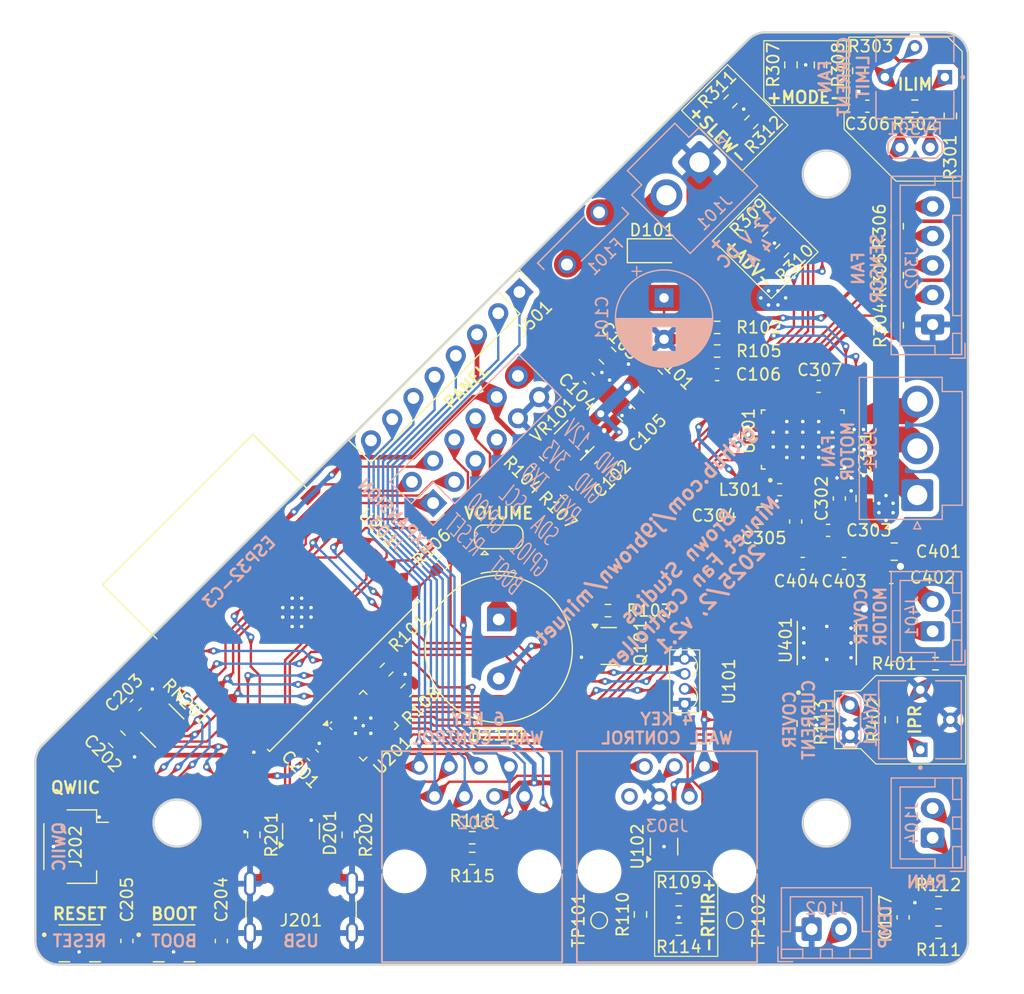
<source format=kicad_pcb>
(kicad_pcb (version 20240108) (generator "pcbnew") (generator_version "8.0")
  (layers (0 "F.Cu" signal) (31 "B.Cu" signal) (34 "B.Paste" user) (35 "F.Paste" user) (36 "B.SilkS" user "B.Silkscreen") (37 "F.SilkS" user "F.Silkscreen") (38 "B.Mask" user) (39 "F.Mask" user) (44 "Edge.Cuts" user))
  (net 0 "")
  (net 1 "GND")
  (net 2 "+12V")
  (net 3 "+3.3V")
  (net 4 "USB_D-")
  (net 5 "USB_D+")
  (net 6 "/cover/VCP")
  (net 7 "/cover/CPL")
  (net 8 "/cover/CPH")
  (net 9 "SCL")
  (net 10 "SDA")
  (net 11 "XIO5")
  (net 12 "UART_RXD")
  (net 13 "Net-(JP101-C)")
  (net 14 "UART_TXD")
  (net 15 "/core/CC1")
  (net 16 "/core/CC2")
  (net 17 "/cover/OUT1")
  (net 18 "/cover/OUT2")
  (net 19 "/fan/W_HALL")
  (net 20 "/fan/U_HALL")
  (net 21 "/fan/V_HALL")
  (net 22 "/cover/IMODE")
  (net 23 "/cover/IPROPI")
  (net 24 "XIO7")
  (net 25 "/keypad/LED_AUTO")
  (net 26 "XIO4")
  (net 27 "/keypad/LED_RAIN")
  (net 28 "XIO3")
  (net 29 "XIO6")
  (net 30 "XIO2")
  (net 31 "XIO1")
  (net 32 "XIO0")
  (net 33 "/fan/U")
  (net 34 "/fan/W")
  (net 35 "/fan/V")
  (net 36 "/cover/VM")
  (net 37 "/12V_IN")
  (net 46 "/fan/ILIM")
  (net 47 "/fan/VBK")
  (net 48 "Net-(Q101-C)")
  (net 49 "/fan/SLEW")
  (net 50 "/fan/AVDD")
  (net 51 "/fan/MODE")
  (net 52 "/fan/ADVANCE")
  (net 53 "GPIO4")
  (net 54 "/RSEN")
  (net 55 "BOOT")
  (net 56 "RESET")
  (net 57 "Net-(U301-CP)")
  (net 58 "Net-(U301-CPL)")
  (net 59 "Net-(U301-CPH)")
  (net 60 "GPIO3")
  (net 61 "GPIO1")
  (net 62 "GPIO0")
  (net 63 "Net-(J104-Pin_1)")
  (net 64 "Net-(J104-Pin_2)")
  (net 65 "Net-(U301-SW_BK)")
  (net 66 "Net-(Q101-B)")
  (net 67 "XIO14")
  (net 68 "GPIO10")
  (net 69 "XIO8")
  (net 70 "XIO11")
  (net 71 "Net-(R301-Pad2)")
  (net 72 "GPIO2_STRAP")
  (net 73 "GPIO8_STRAP")
  (net 74 "XIO10")
  (net 76 "XIO9")
  (net 77 "XIO12")
  (net 78 "XIO13")
  (net 79 "XIO15")
  (net 80 "GPIO5")
  (net 81 "Net-(VR101-SW)")
  (net 82 "/RTHR")
  (net 83 "Net-(VR101-VBST)")
  (net 85 "Net-(VR101-VFB)")
  (net 91 "Net-(VR101-EN)")
  (net 92 "Net-(JP101-B)")
  (net 93 "Net-(NT101-Pad2)")
  (footprint "Resistor_SMD:R_0603_1608Metric_Pad0.98x0.95mm_HandSolder" (layer "F.Cu") (at 97 35.75 -90)
    (property "Reference" "R307")
    (property "Value" "0R")
  )
  (footprint "Capacitor_SMD:C_0805_2012Metric" (layer "F.Cu") (at 83.059258 65.234253 135)
    (property "Reference" "C105")
    (property "Value" "47u")
  )
  (footprint "Inductor_SMD:L_1008_2520Metric" (layer "F.Cu") (at 85.147647 62.572642 135)
    (property "Reference" "L101")
    (property "Value" "3.3u")
  )
  (footprint "Diode_SMD:D_SMF" (layer "F.Cu") (at 85.5 51.5)
    (property "Reference" "D101")
    (property "Value" "SMF16A")
  )
  (footprint "Capacitor_SMD:C_0805_2012Metric" (layer "F.Cu") (at 81.465756 60.390751 -45)
    (property "Reference" "C103")
    (property "Value" "22u")
  )
  (footprint "Capacitor_SMD:C_0603_1608Metric" (layer "F.Cu") (at 98 78 180)
    (property "Reference" "C404")
    (property "Value" "22n")
  )
  (footprint "TestPoint:TestPoint_Pad_D1.0mm" (layer "F.Cu") (at 92.25 108.25)
    (property "Reference" "TP102")
    (property "Value" "TestPoint_Small")
  )
  (footprint "Resistor_SMD:R_0603_1608Metric" (layer "F.Cu") (at 87.5 106.5 180)
    (property "Reference" "R109")
    (property "Value" "100K")
  )
  (footprint "Resistor_SMD:R_0603_1608Metric" (layer "F.Cu") (at 81.5 82)
    (property "Reference" "R103")
    (property "Value" "1K")
  )
  (footprint "Resistor_SMD:R_0603_1608Metric" (layer "F.Cu") (at 64.5 88.75 -135)
    (property "Reference" "R108")
    (property "Value" "10K")
  )
  (footprint "746X:RESCAXS64P320X160X70-10N" (layer "F.Cu") (at 43.75 91.75 135)
    (property "Reference" "RN201")
    (property "Value" "746X101103JP")
  )
  (footprint "Resistor_SMD:R_0603_1608Metric_Pad0.98x0.95mm_HandSolder" (layer "F.Cu") (at 105.5 91.25 90)
    (property "Reference" "R402")
    (property "Value" "2.80K")
  )
  (footprint "TPS561201:SOT95P280X110-6N" (layer "F.Cu") (at 78.637507 67.562502 -135)
    (property "Reference" "VR101")
    (property "Value" "TPS561201DDCR")
  )
  (footprint "Capacitor_SMD:C_0603_1608Metric" (layer "F.Cu") (at 99.35 63 180)
    (property "Reference" "C307")
    (property "Value" "1u")
  )
  (footprint "Resistor_SMD:R_0603_1608Metric_Pad0.98x0.95mm_HandSolder" (layer "F.Cu") (at 107.5 39.25 180)
    (property "Reference" "R302")
    (property "Value" "3.65K")
  )
  (footprint "TSOP39238:TSOP39238_Standoff" (layer "F.Cu") (at 88 89.9 180)
    (property "Reference" "U101")
    (property "Value" "TSOP39238")
  )
  (footprint "Generic:NetTie-2_SMD_Pad0.4mm" (layer "F.Cu") (at 84.05 56.8 -90)
    (property "Reference" "NT103" (hide yes))
    (property "Value" "NetTie_2" (hide yes))
  )
  (footprint "DRV8876PWPR:IC_DRV8876PWPR" (layer "F.Cu") (at 100.0375 84.75 90)
    (property "Reference" "U401")
    (property "Value" "DRV8876PWP")
  )
  (footprint "Capacitor_SMD:C_0603_1608Metric" (layer "F.Cu") (at 80.837507 69.812502 -135)
    (property "Reference" "C102")
    (property "Value" "100n")
  )
  (footprint "Capacitor_SMD:C_0603_1608Metric" (layer "F.Cu") (at 100.15 75.2 180)
    (property "Reference" "C303")
    (property "Value" "1u")
  )
  (footprint "Capacitor_SMD:C_0603_1608Metric" (layer "F.Cu") (at 101.5 78 180)
    (property "Reference" "C403")
    (property "Value" "100n")
  )
  (footprint "Package_TO_SOT_SMD:SOT-23" (layer "F.Cu") (at 81.562499 85)
    (property "Reference" "Q101")
    (property "Value" "MMBT3904")
  )
  (footprint "Connector_JST:JST_SH_SM04B-SRSS-TB_1x04-1MP_P1.00mm_Horizontal" (layer "F.Cu") (at 36.4 102 -90)
    (property "Reference" "J202")
    (property "Value" "SM04B-SRSS-TB")
  )
  (footprint "Capacitor_SMD:C_0603_1608Metric" (layer "F.Cu") (at 101.1 72.500001 90)
    (property "Reference" "C302")
    (property "Value" "100n")
  )
  (footprint "Capacitor_SMD:C_0603_1608Metric" (layer "F.Cu") (at 40.75 110 -90)
    (property "Reference" "C205")
    (property "Value" "1u")
  )
  (footprint "Resistor_SMD:R_0603_1608Metric" (layer "F.Cu") (at 87.5 109)
    (property "Reference" "R114")
    (property "Value" "1.5M")
  )
  (footprint "PCM_Espressif:ESP32-C3-WROOM-02" (layer "F.Cu") (at 54.25 82.621321 45)
    (property "Reference" "U202")
    (property "Value" "ESP32-C3-WROOM-02-N4")
  )
  (footprint "Resistor_SMD:R_0603_1608Metric_Pad0.98x0.95mm_HandSolder" (layer "F.Cu") (at 99.5 35.75 90)
    (property "Reference" "R308")
    (property "Value" "22K")
  )
  (footprint "Resistor_SMD:R_0603_1608Metric_Pad0.98x0.95mm_HandSolder" (layer "F.Cu") (at 96.25 51.5 45)
    (property "Reference" "R310")
    (property "Value" "0R")
  )
  (footprint "Resistor_SMD:R_0603_1608Metric" (layer "F.Cu") (at 51.5 101 -90)
    (property "Reference" "R201")
    (property "Value" "5.1K")
  )
  (footprint "Resistor_SMD:R_0603_1608Metric" (layer "F.Cu") (at 106 57.825 90)
    (property "Reference" "R304")
    (property "Value" "4.7K")
  )
  (footprint "Capacitor_SMD:C_0603_1608Metric" (layer "F.Cu") (at 105.5 79.2)
    (property "Reference" "C402")
    (property "Value" "100n")
  )
  (footprint "Capacitor_SMD:C_0603_1608Metric" (layer "F.Cu") (at 56.5 94.25 -45)
    (property "Reference" "C201")
    (property "Value" "100n")
  )
  (footprint "Resistor_SMD:R_0603_1608Metric_Pad0.98x0.95mm_HandSolder" (layer "F.Cu") (at 91.877468 38.836998 -135)
    (property "Reference" "R311")
    (property "Value" "0R")
  )
  (footprint "Resistor_SMD:R_0603_1608Metric" (layer "F.Cu") (at 98.0375 91.575 90)
    (property "Reference" "R113")
    (property "Value" "10K")
  )
  (footprint "EVQ-P7A01P:SW_EVQ-P7A01P" (layer "F.Cu") (at 44.75 110.2)
    (property "Reference" "SW201" (hide yes))
    (property "Value" "EVQ-P7J01P")
  )
  (footprint "Package_TO_SOT_SMD:SOT-353_SC-70-5" (layer "F.Cu") (at 86.25 102 90)
    (property "Reference" "U102")
    (property "Value" "LMV331IDCK")
  )
  (footprint "Resistor_SMD:R_0603_1608Metric" (layer "F.Cu") (at 78 72 135)
    (property "Reference" "R107")
    (property "Value" "10K")
  )
  (footprint "Capacitor_SMD:C_0805_2012Metric" (layer "F.Cu") (at 105.75 77 180)
    (property "Reference" "C401")
    (property "Value" "2.2u")
  )
  (footprint "Capacitor_SMD:C_0603_1608Metric" (layer "F.Cu") (at 79.887507 62.312502 -45)
    (property "Reference" "C104")
    (property "Value" "100n")
  )
  (footprint "Resistor_SMD:R_0603_1608Metric_Pad0.98x0.95mm_HandSolder" (layer "F.Cu") (at 94.482237 49.732235 -135)
    (property "Reference" "R309")
    (property "Value" "0R")
  )
  (footprint "Resistor_SMD:R_0603_1608Metric" (layer "F.Cu") (at 90.75 60)
    (property "Reference" "R105")
    (property "Value" "10K")
  )
  (footprint "Jumper:SolderJumper-3_P1.3mm_Bridged12_RoundedPad1.0x1.5mm" (layer "F.Cu") (at 72.25 75.75)
    (property "Reference" "JP101" (hide yes))
    (property "Value" "SolderJumper_3_Bridged12")
  )
  (footprint "Connector_USB:USB_C_Receptacle_GCT_USB4105-xx-A_16P_TopMnt_Horizontal" (layer "F.Cu") (at 55.5 108.25)
    (property "Reference" "J201")
    (property "Value" "USB4105-GF-A")
  )
  (footprint "Resistor_SMD:R_0603_1608Metric" (layer "F.Cu") (at 110.5 40.075 90)
    (property "Reference" "R301")
    (property "Value" "18.2K")
  )
  (footprint "Capacitor_SMD:C_0805_2012Metric" (layer "F.Cu") (at 103.25 72.5 90)
    (property "Reference" "C301")
    (property "Value" "22u")
  )
  (footprint "Capacitor_SMD:C_0603_1608Metric" (layer "F.Cu") (at 90.75 62 180)
    (property "Reference" "C106")
    (property "Value" "100n")
  )
  (footprint "Package_DFN_QFN:WQFN-24-1EP_4x4mm_P0.5mm_EP2.45x2.45mm" (layer "F.Cu") (at 60.763864 91.753903 45)
    (property "Reference" "U201")
    (property "Value" "TCA9555RTW")
  )
  (footprint "Inductor_SMD:L_0603_1608Metric" (layer "F.Cu") (at 96.05 71.75)
    (property "Reference" "L301")
    (property "Value" "22u")
  )
  (footprint "Capacitor_SMD:C_0603_1608Metric" (layer "F.Cu") (at 48.75 110 -90)
    (property "Reference" "C204")
    (property "Value" "10p")
  )
  (footprint "MCT8316Z:MCT8316ZT" (layer "F.Cu") (at 98 67.5 90)
    (property "Reference" "U301")
    (property "Value" "MCT8316Z0T")
  )
  (footprint "Resistor_SMD:R_0603_1608Metric_Pad0.98x0.95mm_HandSolder" (layer "F.Cu") (at 93.645235 40.604765 45)
    (property "Reference" "R312")
    (property "Value" "0R")
  )
  (footprint "Resistor_SMD:R_0603_1608Metric" (layer "F.Cu") (at 90.75 58 180)
    (property "Reference" "R102")
    (property "Value" "100K")
  )
  (footprint "Resistor_SMD:R_0603_1608Metric" (layer "F.Cu") (at 102.75 36.25 -90)
    (property "Reference" "R303")
    (property "Value" "18.2K")
  )
  (footprint "Resistor_SMD:R_0603_1608Metric" (layer "F.Cu") (at 106 53.575 90)
    (property "Reference" "R305")
    (property "Value" "4.7K")
  )
  (footprint "Resistor_SMD:R_0603_1608Metric" (layer "F.Cu") (at 70 103)
    (property "Reference" "R115")
    (property "Value" "10K")
  )
  (footprint "Resistor_SMD:R_0603_1608Metric" (layer "F.Cu") (at 109.25 86.5 180)
    (property "Reference" "R401")
    (property "Value" "62K")
  )
  (footprint "Resistor_SMD:R_0603_1608Metric" (layer "F.Cu") (at 70 101.25)
    (property "Reference" "R116")
    (property "Value" "10K")
  )
  (footprint "TestPoint:TestPoint_Pad_D1.0mm" (layer "F.Cu") (at 80.75 108.25)
    (property "Reference" "TP101")
    (property "Value" "TestPoint_Small")
  )
  (footprint "Capacitor_SMD:C_0603_1608Metric" (layer "F.Cu") (at 41.5 90 45)
    (property "Reference" "C203")
    (property "Value" "100n")
  )
  (footprint "Generic:NetTie-2_SMD_Pad0.2mm" (layer "F.Cu") (at 86.25 56.8 -90)
    (property "Reference" "NT101" (hide yes))
    (property "Value" "NetTie_2" (hide yes))
  )
  (footprint "Buzzer_Beeper:Buzzer_TDK_PS1240P02BT_D12.2mm_H6.5mm" (layer "F.Cu") (at 72.25 82.75 -90)
    (property "Reference" "BZ101")
    (property "Value" "PS1240P02BT")
  )
  (footprint "Package_TO_SOT_SMD:SOT-23" (layer "F.Cu") (at 55.5 100.7 90)
    (property "Reference" "D201")
    (property "Value" "PESD3V3S2UT")
  )
  (footprint "Resistor_SMD:R_0603_1608Metric" (layer "F.Cu") (at 62.75 87 -135)
    (property "Reference" "R101")
    (property "Value" "10K")
  )
  (footprint "Capacitor_SMD:C_0805_2012Metric" (layer "F.Cu") (at 94.4 73.95)
    (property "Reference" "C304")
    (property "Value" "22u")
  )
  (footprint "Resistor_SMD:R_0603_1608Metric" (layer "F.Cu") (at 109.5 109.25 180)
    (property "Reference" "R111")
    (property "Value" "100K")
  )
  (footprint "Resistor_SMD:R_0603_1608Metric" (layer "F.Cu") (at 84.25 107.75 -90)
    (property "Reference" "R110")
    (property "Value" "100K")
  )
  (footprint "Capacitor_SMD:C_0603_1608Metric" (layer "F.Cu") (at 97.4 74.45 90)
    (property "Reference" "C305")
    (property "Value" "47n")
  )
  (footprint "Capacitor_SMD:C_0603_1608Metric" (layer "F.Cu") (at 106.5 108 90)
    (property "Reference" "C107")
    (property "Value" "100n")
  )
  (footprint "Capacitor_SMD:C_0805_2012Metric" (layer "F.Cu") (at 39.9 92.9 135)
    (property "Reference" "C202")
    (property "Value" "10u")
  )
  (footprint "Resistor_SMD:R_0603_1608Metric" (layer "F.Cu") (at 109.5 106.75 180)
    (property "Reference" "R112")
    (property "Value" "100K")
  )
  (footprint "Generic:NetTie-2_SMD_Pad1.0mm" (layer "F.Cu") (at 104.75 75 -90)
    (property "Reference" "NT401" (hide yes))
    (property "Value" "NetTie_2" (hide yes))
  )
  (footprint "Connector_PinHeader_2.54mm:PinHeader_1x08_P2.54mm_Vertical" (layer "F.Cu") (at 74 55 -45)
    (property "Reference" "J501")
    (property "Value" "G800LE300018YEU")
  )
  (footprint "Resistor_SMD:R_0603_1608Metric" (layer "F.Cu") (at 59.5 101 90)
    (property "Reference" "R202")
    (property "Value" "5.1K")
  )
  (footprint "Capacitor_SMD:C_0603_1608Metric" (layer "F.Cu") (at 103.475 39.25 180)
    (property "Reference" "C306")
    (property "Value" "100n")
  )
  (footprint "Resistor_SMD:R_0603_1608Metric" (layer "F.Cu") (at 67.583363 77.916637 -135)
    (property "Reference" "R106")
    (property "Value" "10K")
  )
  (footprint "EVQ-P7A01P:SW_EVQ-P7A01P" (layer "F.Cu") (at 36.75 110.2)
    (property "Reference" "SW202" (hide yes))
    (property "Value" "EVQ-P7J01P")
  )
  (footprint "Resistor_SMD:R_0603_1608Metric" (layer "F.Cu") (at 75.5 69.5 135)
    (property "Reference" "R104")
    (property "Value" "33.2K")
  )
  (footprint "Resistor_SMD:R_0603_1608Metric" (layer "F.Cu") (at 106 49.425 -90)
    (property "Reference" "R306")
    (property "Value" "4.7K")
  )
  (footprint "Generic:NetTie-2_SMD_Pad1.0mm" (layer "F.Cu") (at 79.4 58.4 -45)
    (property "Reference" "NT102" (hide yes))
    (property "Value" "NetTie_2" (hide yes))
  )
  (footprint "3362P-1-502LF:TRIM_3362P-1-502LF" (layer "B.Cu") (at 107.96 91.25 90)
    (property "Reference" "RV401")
    (property "Value" "5K")
  )
  (footprint "MTJ-889X1:CONN_MTJ-889X1_ADM" (layer "B.Cu") (at 74.43 97.75 180)
    (property "Reference" "J502")
    (property "Value" "MTJ-889X1")
  )
  (footprint "Capacitor_THT:CP_Radial_D8.0mm_P3.50mm" (layer "B.Cu") (at 86.25 55.5 -90)
    (property "Reference" "C101")
    (property "Value" "680u")
  )
  (footprint "Connector_JST:JST_XH_B5B-XH-A_1x05_P2.50mm_Vertical" (layer "B.Cu") (at 109 57.75 90)
    (property "Reference" "J302")
    (property "Value" "B5B-XH-A")
  )
  (footprint "3362P-1-502LF:TRIM_3362P-1-502LF" (layer "B.Cu") (at 107.5 36.79 180)
    (property "Reference" "RV301")
    (property "Value" "5K")
  )
  (footprint "MTJ-669X1:CONN_MTJ-669X1_ADM" (layer "B.Cu") (at 90.945 97.75 180)
    (property "Reference" "J503")
    (property "Value" "MTJ-669X1")
  )
  (footprint "TestPoint:TestPoint_2Pads_Pitch2.54mm_Drill0.8mm" (layer "B.Cu") (at 102 92.54 90)
    (property "Reference" "TP401" (hide yes))
    (property "Value" "TestPoint_2Pole")
  )
  (footprint "RGEF:RGEF400K" (layer "B.Cu") (at 79.388819 50.459709 -135)
    (property "Reference" "F101")
    (property "Value" "RGEF400K")
  )
  (footprint "Connector_JST:JST_VH_B2P-VH-B_1x02_P3.96mm_Vertical" (layer "B.Cu") (at 89.25 44 -135)
    (property "Reference" "J101")
    (property "Value" "B2P-VH-B")
  )
  (footprint "Connector_JST:JST_XH_B2B-XH-A_1x02_P2.50mm_Vertical" (layer "B.Cu") (at 109 101.25 90)
    (property "Reference" "J104")
    (property "Value" "B2B-XH-A")
  )
  (footprint "Connector_JST:JST_XH_B2B-XH-A_1x02_P2.50mm_Vertical" (layer "B.Cu") (at 109 83.75 90)
    (property "Reference" "J401")
    (property "Value" "B2B-XH-A")
  )
  (footprint "Connector_PinSocket_2.54mm:PinSocket_2x06_P2.54mm_Vertical" (layer "B.Cu") (at 66.689718 72.884618 -45)
    (property "Reference" "J103")
    (property "Value" "PPPC062LFBN-RC")
  )
  (footprint "TestPoint:TestPoint_2Pads_Pitch2.54mm_Drill0.8mm" (layer "B.Cu") (at 106.25 42.75)
    (property "Reference" "TP301" (hide yes))
    (property "Value" "TestPoint_2Pole")
  )
  (footprint "Connector_JST:JST_XH_B2B-XH-A_1x02_P2.50mm_Vertical" (layer "B.Cu") (at 98.75 109)
    (property "Reference" "J102")
    (property "Value" "B2B-XH-A")
  )
  (footprint "Connector_JST:JST_VH_B3P-VH-B_1x03_P3.96mm_Vertical" (layer "B.Cu") (at 107.7 72.21 90)
    (property "Reference" "J301")
    (property "Value" "B3P-VH-B")
  )
  (gr_poly (pts (xy 101.44 81.22) (xy 101.44 80.8) (xy 102.21 80.04) (xy 102.55 80.9) (xy 101.99 80.9) (xy 101.88 81) (xy 101.88 81.21)) (fill solid) (layer "F.Cu") (net 18))
  (gr_poly (pts (xy 101.1 68.1) (xy 101.1 68.4) (xy 101.95 68.4) (xy 102.3 68.6) (xy 103.15 68.6) (xy 103.15 68.1)) (fill solid) (layer "F.Cu") (net 1))
  (gr_poly (pts (xy 100.6 69.600001) (xy 100.6 72.150001) (xy 104 72.150001) (xy 104 71.100001) (xy 103.15 70.05) (xy 101.8 69.600001)) (fill solid) (layer "F.Cu") (net 1))
  (gr_poly (pts (xy 102.2 68.8) (xy 101.85 68.6) (xy 101.1 68.6) (xy 101.1 69.4) (xy 101.85 69.4) (xy 103.3 69.85) (xy 104.7 70.75) (xy 105.4 68.8) (xy 104.75 68.8) (xy 103.3 68.8)) (fill solid) (layer "F.Cu") (net 33))
  (gr_poly (pts (xy 101.1 66.6) (xy 101.95 66.6) (xy 102.3 66.4) (xy 103.15 66.4) (xy 103.15 66.9) (xy 101.1 66.9)) (fill solid) (layer "F.Cu") (net 1))
  (gr_poly (pts (xy 78.437507 66.662502) (xy 79.587507 65.512502) (xy 79.587507 63.312502) (xy 79.037507 62.762502) (xy 80.087507 61.712502) (xy 79.387507 61.012502) (xy 78.037507 62.362502) (xy 78.037507 66.262502)) (stroke (width 0.05)) (fill solid) (layer "F.Cu") (net 91))
  (gr_poly (pts (xy 99.1 69.600001) (xy 100.4 69.600001) (xy 100.4 71.050001) (xy 100.4 72.500001) (xy 100.85 72.500001) (xy 100.85 74.700001) (xy 100.35 74.700001) (xy 99.1 73.450001) (xy 99.1 71.150001)) (fill solid) (layer "F.Cu") (net 2))
  (gr_poly (pts (xy 103.4 67.9) (xy 104.1 68.6) (xy 104.95 68.6) (xy 104.95 66.4) (xy 104.1 66.4) (xy 103.4 67.1) (xy 101.1 67.1) (xy 101.1 67.9)) (fill solid) (layer "F.Cu") (net 35))
  (gr_poly (pts (xy 79.05 68.25) (xy 79.7 68.9) (xy 83.787507 64.762502) (xy 81.887507 62.862502) (xy 83.687507 61.112502) (xy 82.387507 59.812502) (xy 79.437507 62.762502) (xy 81.987507 65.312502)) (stroke (width 0.05)) (fill solid) (layer "F.Cu") (net 1))
  (gr_poly (pts (xy 100.8875 81.15) (xy 100.8875 79.75) (xy 101.4875 80.1) (xy 101.2375 80.45) (xy 101.1375 80.7) (xy 101.1375 81.15)) (stroke (width 0.2)) (fill solid) (layer "F.Cu") (net 36))
  (gr_poly (pts (xy 79.237507 67.512502) (xy 80.237507 66.512502) (xy 79.687507 65.962502) (xy 78.687507 66.962502)) (stroke (width 0.05)) (fill solid) (layer "F.Cu") (net 81))
  (gr_poly (pts (xy 104.95 66.2) (xy 103.3 66.2) (xy 102.2 66.2) (xy 101.85 66.4) (xy 101.1 66.4) (xy 101.1 65.6) (xy 101.4 65.6) (xy 104.55 64.1)) (fill solid) (layer "F.Cu") (net 34))
  (gr_poly (pts (xy 95.342284 55.557716) (xy 90.404669 50.620101) (xy 94.362385 46.662384) (xy 99.3 51.6)) (stroke (width 0.1)) (fill none) (layer "F.SilkS"))
  (gr_poly (pts (xy 94.7 33.7) (xy 101.7 33.7) (xy 101.7 39.2) (xy 95.3 39.2) (xy 94.7 38.6)) (stroke (width 0.1)) (fill none) (layer "F.SilkS"))
  (gr_poly (pts (xy 101.9 33.4) (xy 110.3 33.4) (xy 111.5 34.6) (xy 111.5 45.6) (xy 105.9 45.6) (xy 101.5 41.2) (xy 101.5 39.9) (xy 101.9 39.5)) (stroke (width 0.1)) (fill none) (layer "F.SilkS"))
  (gr_poly (pts (xy 87.734389 39.612563) (xy 91.623476 35.723476) (xy 96.75 40.85) (xy 92.860913 44.739087)) (stroke (width 0.1)) (fill none) (layer "F.SilkS"))
  (gr_poly (pts (xy 100.7 88.8) (xy 102.9 88.8) (xy 104.2 87.5) (xy 111.8 87.5) (xy 111.8 95) (xy 104.2 95) (xy 102.9 93.7) (xy 100.7 93.7)) (stroke (width 0.1)) (fill none) (layer "F.SilkS"))
  (gr_poly (pts (xy 85.45 104.1) (xy 89.8 104.1) (xy 90.8 105.1) (xy 90.8 111.3) (xy 85.45 111.3)) (stroke (width 0.1)) (fill none) (layer "F.SilkS"))
  (gr_line (start 93.4142 33.5858) (end 33.585786 93.414214) (stroke (width 0.2)) (layer "Edge.Cuts"))
  (gr_line (start 100 33) (end 94.819119 33) (stroke (width 0.2)) (layer "Edge.Cuts"))
  (gr_line (start 110 33) (end 100 33) (stroke (width 0.2)) (layer "Edge.Cuts"))
  (gr_arc (start 110 33) (mid 111.414214 33.585786) (end 112 35) (stroke (width 0.2)) (layer "Edge.Cuts"))
  (gr_line (start 112 110) (end 112 35) (stroke (width 0.2)) (layer "Edge.Cuts"))
  (gr_circle (center 45 100) (end 47 100) (stroke (width 0.2)) (fill none) (layer "Edge.Cuts"))
  (gr_arc (start 35 112) (mid 33.585786 111.414214) (end 33 110) (stroke (width 0.2)) (layer "Edge.Cuts"))
  (gr_arc (start 112 110) (mid 111.414214 111.414214) (end 110 112) (stroke (width 0.2)) (layer "Edge.Cuts"))
  (gr_line (start 33 100) (end 33 110) (stroke (width 0.2)) (layer "Edge.Cuts"))
  (gr_arc (start 93.4142 33.5858) (mid 94.063062 33.15225) (end 94.819119 33) (stroke (width 0.2)) (layer "Edge.Cuts"))
  (gr_line (start 33 94.8284) (end 33 100) (stroke (width 0.2)) (layer "Edge.Cuts"))
  (gr_circle (center 100 45) (end 102 45) (stroke (width 0.2)) (fill none) (layer "Edge.Cuts"))
  (gr_arc (start 33 94.8284) (mid 33.152232 94.063055) (end 33.585786 93.414214) (stroke (width 0.2)) (layer "Edge.Cuts"))
  (gr_circle (center 100 100) (end 102 100) (stroke (width 0.2)) (fill none) (layer "Edge.Cuts"))
  (gr_line (start 35 112) (end 110 112) (stroke (width 0.2)) (layer "Edge.Cuts"))
  (gr_text "COVER\nCURRENT\nLIMIT" (at 98.5 91.25 90) (layer "B.SilkS") (effects (font (size 1 1) (thickness 0.2) (bold yes)) (justify mirror)))
  (gr_text "github.com/j9brown/minuet\n\nBrown Studios\nMinuet Fan Controller\n2025/2, v2.1" (at 87.4 78.3 45) (layer "B.SilkS") (effects (font (size 1.2 1.2) (thickness 0.24) (bold yes)) (justify mirror)))
  (gr_text "12V\n3V3\nTXD\nSCL\nGPIO0\nRESET" (at 75.25 72.5 315) (layer "B.SilkS") (effects (font (size 1.58 0.8) (thickness 0.125) (italic yes)) (justify left mirror)))
  (gr_text "TEMP" (at 105 108.75 90) (layer "B.SilkS") (effects (font (size 1 1) (thickness 0.2) (bold yes)) (justify mirror)))
  (gr_text "4 KEY\nWALL CONTROL" (at 86.5 92 0) (layer "B.SilkS") (effects (font (size 1 1) (thickness 0.2) (bold yes)) (justify mirror)))
  (gr_text "COVER\nMOTOR" (at 103.75 82.5 90) (layer "B.SilkS") (effects (font (size 1 1) (thickness 0.2) (bold yes)) (justify mirror)))
  (gr_text "-    +\n12 V DC\n4 A" (at 93.25 50.5 45) (layer "B.SilkS") (effects (font (size 1 1) (thickness 0.2) (bold yes)) (justify mirror)))
  (gr_text "RAIN" (at 108.5 105 0) (layer "B.SilkS") (effects (font (size 1 1) (thickness 0.2) (bold yes)) (justify mirror)))
  (gr_text "QWIIC" (at 35 102 90) (layer "B.SilkS") (effects (font (size 1 1) (thickness 0.2) (bold yes)) (justify mirror)))
  (gr_text "BOOT" (at 44.75 110 0) (layer "B.SilkS") (effects (font (size 1 1) (thickness 0.2) (bold yes)) (justify mirror)))
  (gr_text "USB" (at 55.5 110 0) (layer "B.SilkS") (effects (font (size 1 1) (thickness 0.2) (bold yes)) (justify mirror)))
  (gr_text "FAN\nCURRENT\nLIMIT" (at 101.5 36.75 90) (layer "B.SilkS") (effects (font (size 1 1) (thickness 0.2) (bold yes)) (justify mirror)))
  (gr_text "EXPANSION" (at 63.5 74 -45) (layer "B.SilkS") (effects (font (size 1 1) (thickness 0.2) (bold yes)) (justify mirror)))
  (gr_text "RESET" (at 36.75 110 0) (layer "B.SilkS") (effects (font (size 1 1) (thickness 0.2) (bold yes)) (justify mirror)))
  (gr_text "FAN\nSENSOR" (at 103.5 53 90) (layer "B.SilkS") (effects (font (size 1 1) (thickness 0.2) (bold yes)) (justify mirror)))
  (gr_text "6 KEY\nWALL CONTROL" (at 70.5 92 0) (layer "B.SilkS") (effects (font (size 1 1) (thickness 0.2) (bold yes)) (justify mirror)))
  (gr_text "FAN\nMOTOR" (at 101 68.5 90) (layer "B.SilkS") (effects (font (size 1 1) (thickness 0.2) (bold yes)) (justify mirror)))
  (gr_text "GND\nGND\nRXD\nSDA\nGPIO1\nBOOT" (at 76.25 73.5 315) (layer "B.SilkS") (effects (font (size 1.58 0.8) (thickness 0.125) (italic yes)) (justify right mirror)))
  (gr_text "ESP32-C3" (at 50.25 78.75 45) (layer "B.SilkS") (effects (font (size 1 1) (thickness 0.2) (bold yes)) (justify mirror)))
  (gr_text "PANEL" (at 69.5 63 45) (layer "F.SilkS") (effects (font (size 1 1) (thickness 0.2) (bold yes))))
  (gr_text "+MODE-" (at 98.25 38.5 0) (layer "F.SilkS") (effects (font (size 1 1) (thickness 0.2) (bold yes))))
  (gr_text "VOLUME" (at 72.25 73.75 0) (layer "F.SilkS") (effects (font (size 1 1) (thickness 0.2) (bold yes))))
  (gr_text "-RTHR+" (at 90 107.8 90) (layer "F.SilkS") (effects (font (size 1 1) (thickness 0.2) (bold yes))))
  (gr_text "BOOT" (at 44.75 107.7 0) (layer "F.SilkS") (effects (font (size 1 1) (thickness 0.2) (bold yes))))
  (gr_text "RESET" (at 36.75 107.7 0) (layer "F.SilkS") (effects (font (size 1 1) (thickness 0.2) (bold yes))))
  (gr_text "QWIIC" (at 36.4 97 0) (layer "F.SilkS") (effects (font (size 1 1) (thickness 0.2) (bold yes))))
  (gr_text "+ADV-" (at 93.421574 52.560661 -45) (layer "F.SilkS") (effects (font (size 1 1) (thickness 0.2) (bold yes))))
  (gr_text "ILIM" (at 107.5 37.4 0) (layer "F.SilkS") (effects (font (size 1 1) (thickness 0.2) (bold yes))))
  (gr_text "+SLEW-" (at 90.816808 41.665425 -45) (layer "F.SilkS") (effects (font (size 1 1) (thickness 0.2) (bold yes))))
  (gr_text "IPR" (at 107.5 91.25 90) (layer "F.SilkS") (effects (font (size 1 1) (thickness 0.2) (bold yes))))
  (segment (start 61.25 89.570712) (end 60.8 90.020712) (width 0.2) (layer "F.Cu") (net 1))
  (segment (start 53.965345 82.534655) (end 54.740345 83.309655) (width 0.4) (layer "F.Cu") (net 1))
  (segment (start 38.4 100.5) (end 38.4 99.5) (width 0.4) (layer "F.Cu") (net 1))
  (segment (start 96.75 69.9) (end 96.75 70.552105) (width 0.3) (layer "F.Cu") (net 1))
  (segment (start 110.075 86.595) (end 107.96 88.71) (width 0.4) (layer "F.Cu") (net 1))
  (segment (start 51.502334 94) (end 51.499996 94) (width 0.4) (layer "F.Cu") (net 1))
  (segment (start 98.25 65.1) (end 98.25 65.8) (width 0.3) (layer "F.Cu") (net 1))
  (segment (start 81.4 70.369819) (end 81.4 71.25) (width 0.2) (layer "F.Cu") (net 1))
  (segment (start 89.25 49.2) (end 86.95 51.5) (width 2.2) (layer "F.Cu") (net 1))
  (segment (start 89.925 60) (end 89.925 61.95) (width 0.2) (layer "F.Cu") (net 1))
  (segment (start 96.05 72.45) (end 95.8 72.7) (width 0.3) (layer "F.Cu") (net 1))
  (segment (start 59.245 104.57) (end 59.82 105.145) (width 0.4) (layer "F.Cu") (net 1))
  (segment (start 34.525 102) (end 34.525 104.8) (width 0.4) (layer "F.Cu") (net 1))
  (segment (start 102.75 38) (end 102.75 39.2) (width 0.4) (layer "F.Cu") (net 1))
  (segment (start 34.95 110.925) (end 36.7 110.925) (width 0.4) (layer "F.Cu") (net 1))
  (segment (start 107.96 88.71) (end 106.3325 90.3375) (width 0.4) (layer "F.Cu") (net 1))
  (segment (start 59.675 100.175) (end 60.25 100.75) (width 0.4) (layer "F.Cu") (net 1))
  (segment (start 55.545979 81.004021) (end 56.320979 81.779021) (width 0.4) (layer "F.Cu") (net 1))
  (segment (start 95.749999 69.275004) (end 95.75 69.275003) (width 0.3) (layer "F.Cu") (net 1))
  (segment (start 55.52561 83.32561) (end 55.140955 83.710265) (width 0.4) (layer "F.Cu") (net 1))
  (segment (start 80.624999 85.95) (end 79.25 85.95) (width 0.4) (layer "F.Cu") (net 1))
  (segment (start 55.5 99.7625) (end 56.3625 99.7625) (width 0.4) (layer "F.Cu") (net 1))
  (segment (start 102.5875 81.85) (end 103.224974 81.85) (width 1) (layer "F.Cu") (net 1))
  (segment (start 98.4125 81.85) (end 98.4125 83.2625) (width 0.4) (layer "F.Cu") (net 1))
  (segment (start 54.363137 82.932448) (end 54.747792 82.547793) (width 0.4) (layer "F.Cu") (net 1))
  (segment (start 97.7625 81.85) (end 98.4125 81.85) (width 0.2) (layer "F.Cu") (net 1))
  (segment (start 54.747792 82.547793) (end 54.747792 82.547792) (width 0.4) (layer "F.Cu") (net 1))
  (segment (start 86.25 102.95) (end 86.25 102) (width 0.4) (layer "F.Cu") (net 1))
  (segment (start 36.7 110.925) (end 38.55 110.925) (width 0.4) (layer "F.Cu") (net 1))
  (segment (start 38.55 110.925) (end 40.6 110.925) (width 0.4) (layer "F.Cu") (net 1))
  (segment (start 98.25 63.325) (end 98.575 63) (width 0.3) (layer "F.Cu") (net 1))
  (segment (start 52.376167 93.126167) (end 51.502334 94) (width 0.4) (layer "F.Cu") (net 1))
  (segment (start 93.45953 39.95953) (end 93 39.5) (width 0.4) (layer "F.Cu") (net 1))
  (segment (start 106.275 77.425) (end 106.7 77) (width 1) (layer "F.Cu") (net 1))
  (segment (start 56.320979 81.779021) (end 56.696589 82.154631) (width 0.4) (layer "F.Cu") (net 1))
  (segment (start 53.58532 82.154631) (end 53.969975 81.769976) (width 0.4) (layer "F.Cu") (net 1))
  (segment (start 52.3 104.57) (end 51.755 104.57) (width 0.4) (layer "F.Cu") (net 1))
  (segment (start 51.755 104.57) (end 51.18 105.145) (width 0.4) (layer "F.Cu") (net 1))
  (segment (start 61.574831 92.918425) (end 61.32 92.663594) (width 0.3) (layer "F.Cu") (net 1))
  (segment (start 58.7 104.57) (end 59.245 104.57) (width 0.4) (layer "F.Cu") (net 1))
  (segment (start 42.850004 88.649996) (end 42.9 88.649996) (width 0.4) (layer "F.Cu") (net 1))
  (segment (start 95.8 72.7) (end 95.349999 73.150001) (width 0.3) (layer "F.Cu") (net 1))
  (segment (start 58.717767 91.267767) (end 59.2 91.75) (width 0.2) (layer "F.Cu") (net 1))
  (segment (start 106.275 78.25) (end 106.275 77.425) (width 1) (layer "F.Cu") (net 1))
  (segment (start 89.75 60) (end 88.75 59) (width 0.2) (layer "F.Cu") (net 1))
  (segment (start 107.5 106.75) (end 106.975 106.75) (width 0.4) (layer "F.Cu") (net 1))
  (segment (start 54.744975 80.994975) (end 54.744976 80.994975) (width 0.4) (layer "F.Cu") (net 1))
  (segment (start 44.7 110.925) (end 46.55 110.925) (width 0.4) (layer "F.Cu") (net 1))
  (segment (start 54.747792 82.547792) (end 54.747793 82.547792) (width 0.4) (layer "F.Cu") (net 1))
  (segment (start 100.75 65.7) (end 100.65 65.8) (width 0.3) (layer "F.Cu") (net 1))
  (segment (start 96.895235 50.854765) (end 95.604765 50.854765) (width 0.4) (layer "F.Cu") (net 1))
  (segment (start 56.30061 82.55061) (end 55.52561 83.32561) (width 0.4) (layer "F.Cu") (net 1))
  (segment (start 54.744976 80.994975) (end 55.140955 80.598996) (width 0.4) (layer "F.Cu") (net 1))
  (segment (start 55.522792 81.772793) (end 55.522792 81.772792) (width 0.4) (layer "F.Cu") (net 1))
  (segment (start 99.5 34.8375) (end 99.1625 34.8375) (width 0.4) (layer "F.Cu") (net 1))
  (segment (start 95.75 69.275003) (end 95.75 69.15) (width 0.3) (layer "F.Cu") (net 1))
  (segment (start 98.468626 92.4) (end 99.159315 91.709311) (width 0.4) (layer "F.Cu") (net 1))
  (segment (start 108.675 106.75) (end 107.5 106.75) (width 0.4) (layer "F.Cu") (net 1))
  (segment (start 96.75 70.552105) (end 96.05 71.252105) (width 0.3) (layer "F.Cu") (net 1))
  (segment (start 53.969975 81.769976) (end 53.969976 81.769976) (width 0.4) (layer "F.Cu") (net 1))
  (segment (start 56.696589 82.154631) (end 56.30061 82.55061) (width 0.4) (layer "F.Cu") (net 1))
  (segment (start 53.969976 81.769976) (end 53.969976 81.769975) (width 0.4) (layer "F.Cu") (net 1))
  (segment (start 55.482807 82.567193) (end 55.883417 82.967803) (width 0.4) (layer "F.Cu") (net 1))
  (segment (start 54.732807 81.817193) (end 55.482807 82.567193) (width 0.4) (layer "F.Cu") (net 1))
  (segment (start 102.75 38) (end 102.75 37.075) (width 0.4) (layer "F.Cu") (net 1))
  (segment (start 79.7 68.669819) (end 81.4 70.369819) (width 0.2) (layer "F.Cu") (net 1))
  (segment (start 94.599999 68.250001) (end 95.349999 68.250001) (width 0.3) (layer "F.Cu") (net 1))
  (segment (start 80.066637 72.583363) (end 78.583363 72.583363) (width 0.2) (layer "F.Cu") (net 1))
  (segment (start 88.75 59) (end 86.25 59) (width 0.2) (layer "F.Cu") (net 1))
  (segment (start 95.749999 69.9) (end 95.749999 69.275004) (width 0.3) (layer "F.Cu") (net 1))
  (segment (start 98.25 65.1) (end 98.25 63.325) (width 0.3) (layer "F.Cu") (net 1))
  (segment (start 58.864214 90.914214) (end 59.45 91.5) (width 0.2) (layer "F.Cu") (net 1))
  (segment (start 81.4 71.25) (end 80.066637 72.583363) (width 0.2) (layer "F.Cu") (net 1))
  (segment (start 55.140955 80.598997) (end 55.545979 81.004021) (width 0.4) (layer "F.Cu") (net 1))
  (segment (start 98.0375 92.4) (end 98.468626 92.4) (width 0.4) (layer "F.Cu") (net 1))
  (segment (start 60.8 90.020712) (end 60.8 90.35) (width 0.2) (layer "F.Cu") (net 1))
  (segment (start 55.522793 81.772792) (end 55.918772 81.376813) (width 0.4) (layer "F.Cu") (net 1))
  (segment (start 34.525 99.2) (end 34.525 102) (width 0.4) (layer "F.Cu") (net 1))
  (segment (start 54.327782 81.412168) (end 54.732807 81.817193) (width 0.4) (layer "F.Cu") (net 1))
  (segment (start 57.048008 94.798008) (end 57.048008 93.25) (width 0.3) (layer "F.Cu") (net 1))
  (segment (start 106.3325 90.3375) (end 105.5 90.3375) (width 0.4) (layer "F.Cu") (net 1))
  (segment (start 42.048008 89.451992) (end 42.850004 88.649996) (width 0.4) (layer "F.Cu") (net 1))
  (segment (start 99.1625 34.8375) (end 98.25 35.75) (width 0.4) (layer "F.Cu") (net 1))
  (segment (start 54.747793 82.547792) (end 55.522792 81.772793) (width 0.4) (layer "F.Cu") (net 1))
  (segment (start 89.25 44) (end 89.25 49.2) (width 2.2) (layer "F.Cu") (net 1))
  (segment (start 86.675 108.825) (end 87.5 108) (width 0.4) (layer "F.Cu") (net 1))
  (segment (start 53.585321 82.154631) (end 53.965345 82.534655) (width 0.4) (layer "F.Cu") (net 1))
  (segment (start 42.95 110.925) (end 44.7 110.925) (width 0.4) (layer "F.Cu") (net 1))
  (segment (start 55.522792 81.772792) (end 55.522793 81.772792) (width 0.4) (layer "F.Cu") (net 1))
  (segment (start 106.275 79.2) (end 106.275 78.25) (width 1) (layer "F.Cu") (net 1))
  (segment (start 54.740345 83.309655) (end 55.140955 83.710265) (width 0.4) (layer "F.Cu") (net 1))
  (segment (start 96.05 71.252105) (end 96.05 72.45) (width 0.3) (layer "F.Cu") (net 1))
  (segment (start 100.75 65.1) (end 100.75 65.7) (width 0.3) (layer "F.Cu") (net 1))
  (segment (start 58.509961 91.267767) (end 58.717767 91.267767) (width 0.2) (layer "F.Cu") (net 1))
  (segment (start 51.325 100.175) (end 50.75 100.75) (width 0.4) (layer "F.Cu") (net 1))
  (segment (start 103.224974 81.85) (end 103.224987 81.850013) (width 1) (layer "F.Cu") (net 1))
  (segment (start 61.957107 93.300699) (end 61.574831 92.918425) (width 0.3) (layer "F.Cu") (net 1))
  (segment (start 53.969976 81.769975) (end 54.744975 80.994976) (width 0.4) (layer "F.Cu") (net 1))
  (segment (start 65.083363 88.166637) (end 64.316726 87.4) (width 0.4) (layer "F.Cu") (net 1))
  (segment (start 106.975 106.75) (end 106.5 107.225) (width 0.4) (layer "F.Cu") (net 1))
  (segment (start 79.7 68.5) (end 79.7 68.669819) (width 0.2) (layer "F.Cu") (net 1))
  (segment (start 54.744975 80.994976) (end 54.744975 80.994975) (width 0.4) (layer "F.Cu") (net 1))
  (segment (start 95.349999 73.150001) (end 95.349999 73.95) (width 0.3) (layer "F.Cu") (net 1))
  (segment (start 94.29047 39.95953) (end 93.45953 39.95953) (width 0.4) (layer "F.Cu") (net 1))
  (segment (start 46.55 110.925) (end 48.6 110.925) (width 0.4) (layer "F.Cu") (net 1))
  (segment (start 40.571751 93.571751) (end 41.4 94.4) (width 0.4) (layer "F.Cu") (net 1))
  (via (at 36.7 110.925) (size 0.6) (drill 0.3) (layers "F.Cu" "B.Cu") (net 1))
  (via (at 102.0875 84.7375) (size 0.5) (drill 0.3) (layers "F.Cu" "B.Cu") (net 1))
  (via (at 60.763864 91.753903) (size 0.5) (drill 0.3) (layers "F.Cu" "B.Cu") (net 1))
  (via (at 98.0875 85.9875) (size 0.5) (drill 0.3) (layers "F.Cu" "B.Cu") (net 1))
  (via (at 61.413864 92.403903) (size 0.5) (drill 0.3) (layers "F.Cu" "B.Cu") (net 1))
  (via (at 98.0875 84.7375) (size 0.5) (drill 0.3) (layers "F.Cu" "B.Cu") (net 1))
  (via (at 81.187507 66.812502) (size 0.5) (drill 0.3) (layers "F.Cu" "B.Cu") (net 1))
  (via (at 100.9 70.75) (size 0.5) (drill 0.3) (layers "F.Cu" "B.Cu") (net 1))
  (via (at 102.1 70.75) (size 0.5) (drill 0.3) (layers "F.Cu" "B.Cu") (net 1))
  (via (at 53.95 82.55) (size 0.5) (drill 0.3) (layers "F.Cu" "B.Cu") (net 1))
  (via (at 99.159315 91.709311) (size 0.6) (drill 0.3) (layers "F.Cu" "B.Cu") (net 1))
  (via (at 102.35 66.65) (size 0.5) (drill 0.3) (layers "F.Cu" "B.Cu") (net 1))
  (via (at 50.75 100.75) (size 0.6) (drill 0.3) (layers "F.Cu" "B.Cu") (net 1))
  (via (at 82.687507 65.462502) (size 0.5) (drill 0.3) (layers "F.Cu" "B.Cu") (net 1))
  (via (at 93 39.5) (size 0.6) (drill 0.3) (layers "F.Cu" "B.Cu") (net 1))
  (via (at 51.499996 94) (size 0.6) (drill 0.3) (layers "F.Cu" "B.Cu") (net 1))
  (via (at 42.9 88.649996) (size 0.6) (drill 0.3) (layers "F.Cu" "B.Cu") (net 1))
  (via (at 98.0875 83.4875) (size 0.5) (drill 0.3) (layers "F.Cu" "B.Cu") (net 1))
  (via (at 55.55 80.95) (size 0.5) (drill 0.3) (layers "F.Cu" "B.Cu") (net 1))
  (via (at 107.5 106.75) (size 0.6) (drill 0.3) (layers "F.Cu" "B.Cu") (net 1))
  (via (at 55.55 82.55) (size 0.5) (drill 0.3) (layers "F.Cu" "B.Cu") (net 1))
  (via (at 81.637507 62.462502) (size 0.5) (drill 0.3) (layers "F.Cu" "B.Cu") (net 1))
  (via (at 54.75 81.75) (size 0.5) (drill 0.3) (layers "F.Cu" "B.Cu") (net 1))
  (via (at 56.35 82.55) (size 0.5) (drill 0.3) (layers "F.Cu" "B.Cu") (net 1))
  (via (at 64.316726 87.4) (size 0.6) (drill 0.3) (layers "F.Cu" "B.Cu") (net 1))
  (via (at 98.25 35.75) (size 0.6) (drill 0.3) (layers "F.Cu" "B.Cu") (net 1))
  (via (at 83.237507 61.112502) (size 0.5) (drill 0.3) (layers "F.Cu" "B.Cu") (net 1))
  (via (at 106.275 78.25) (size 1) (drill 0.6) (layers "F.Cu" "B.Cu") (net 1))
  (via (at 55.55 81.75) (size 0.5) (drill 0.3) (layers "F.Cu" "B.Cu") (net 1))
  (via (at 102.75 38) (size 0.6) (drill 0.3) (layers "F.Cu" "B.Cu") (net 1))
  (via (at 102.1 71.85) (size 0.5) (drill 0.3) (layers "F.Cu" "B.Cu") (net 1))
  (via (at 60.113864 92.403903) (size 0.5) (drill 0.3) (layers "F.Cu" "B.Cu") (net 1))
  (via (at 102.0875 83.4875) (size 0.5) (drill 0.3) (layers "F.Cu" "B.Cu") (net 1))
  (via (at 54.75 83.35) (size 0.5) (drill 0.3) (layers "F.Cu" "B.Cu") (net 1))
  (via (at 54.75 82.55) (size 0.5) (drill 0.3) (layers "F.Cu" "B.Cu") (net 1))
  (via (at 61.413864 91.103903) (size 0.5) (drill 0.3) (layers "F.Cu" "B.Cu") (net 1))
  (via (at 95.604765 50.854765) (size 0.6) (drill 0.3) (layers "F.Cu" "B.Cu") (net 1))
  (via (at 38.4 99.5) (size 0.6) (drill 0.3) (layers "F.Cu" "B.Cu") (net 1))
  (via (at 87.5 108) (size 0.6) (drill 0.3) (layers "F.Cu" "B.Cu") (net 1))
  (via (at 80.987507 61.812502) (size 0.5) (drill 0.3) (layers "F.Cu" "B.Cu") (net 1))
  (via (at 102.0875 85.9875) (size 0.5) (drill 0.3) (layers "F.Cu" "B.Cu") (net 1))
  (via (at 57.048008 93.25) (size 0.6) (drill 0.3) (layers "F.Cu" "B.Cu") (net 1))
  (via (at 79.25 85.95) (size 0.6) (drill 0.3) (layers "F.Cu" "B.Cu") (net 1))
  (via (at 79.7 68.5) (size 0.5) (drill 0.3) (layers "F.Cu" "B.Cu") (net 1))
  (via (at 60.25 100.75) (size 0.6) (drill 0.3) (layers "F.Cu" "B.Cu") (net 1))
  (via (at 95.8 72.7) (size 0.6) (drill 0.3) (layers "F.Cu" "B.Cu") (net 1))
  (via (at 56.35 81.75) (size 0.5) (drill 0.3) (layers "F.Cu" "B.Cu") (net 1))
  (via (at 86.25 102) (size 0.6) (drill 0.3) (layers "F.Cu" "B.Cu") (net 1))
  (via (at 54.75 80.95) (size 0.5) (drill 0.3) (layers "F.Cu" "B.Cu") (net 1))
  (via (at 56.3625 99.7625) (size 0.6) (drill 0.3) (layers "F.Cu" "B.Cu") (net 1))
  (via (at 60.113864 91.103903) (size 0.5) (drill 0.3) (layers "F.Cu" "B.Cu") (net 1))
  (via (at 103.224987 81.850013) (size 1) (drill 0.6) (layers "F.Cu" "B.Cu") (net 1))
  (via (at 55.55 83.35) (size 0.5) (drill 0.3) (layers "F.Cu" "B.Cu") (net 1))
  (via (at 41.4 94.4) (size 0.6) (drill 0.3) (layers "F.Cu" "B.Cu") (net 1))
  (via (at 103.15 70.55) (size 0.5) (drill 0.3) (layers "F.Cu" "B.Cu") (net 1))
  (via (at 100.0375 86.1375) (size 0.5) (drill 0.3) (layers "F.Cu" "B.Cu") (net 1))
  (via (at 103.15 66.65) (size 0.5) (drill 0.3) (layers "F.Cu" "B.Cu") (net 1))
  (via (at 44.7 110.925) (size 0.6) (drill 0.3) (layers "F.Cu" "B.Cu") (net 1))
  (via (at 101.55 69.9) (size 0.5) (drill 0.3) (layers "F.Cu" "B.Cu") (net 1))
  (via (at 83.387507 64.762502) (size 0.5) (drill 0.3) (layers "F.Cu" "B.Cu") (net 1))
  (via (at 53.95 81.75) (size 0.5) (drill 0.3) (layers "F.Cu" "B.Cu") (net 1))
  (via (at 34.525 102) (size 0.6) (drill 0.3) (layers "F.Cu" "B.Cu") (net 1))
  (via (at 102.35 68.35) (size 0.5) (drill 0.3) (layers "F.Cu" "B.Cu") (net 1))
  (via (at 100.0375 83.3375) (size 0.5) (drill 0.3) (layers "F.Cu" "B.Cu") (net 1))
  (via (at 103.15 68.35) (size 0.5) (drill 0.3) (layers "F.Cu" "B.Cu") (net 1))
  (segment (start 100.925 75.2) (end 100.925 73.450001) (width 0.3) (layer "F.Cu") (net 2))
  (segment (start 86.25 56.55) (end 86.25 55.5) (width 0.2) (layer "F.Cu") (net 2))
  (segment (start 84 55.5) (end 86.25 55.5) (width 2.2) (layer "F.Cu") (net 2))
  (segment (start 86.25 55.5) (end 87.95 55.5) (width 2.2) (layer "F.Cu") (net 2))
  (segment (start 105.05 73.600001) (end 105.05 73) (width 2.2) (layer "F.Cu") (net 2))
  (segment (start 103 73.6) (end 100.874999 73.6) (width 2.2) (layer "F.Cu") (net 2))
  (segment (start 84.05 55.45) (end 84 55.5) (width 2.2) (layer "F.Cu") (net 2))
  (segment (start 80.482234 55.5) (end 84 55.5) (width 2.2) (layer "F.Cu") (net 2))
  (segment (start 103.000001 73.600001) (end 105.05 73.600001) (width 2.2) (layer "F.Cu") (net 2))
  (segment (start 73.873923 62.108311) (end 80.482234 55.5) (width 2.2) (layer "F.Cu") (net 2))
  (segment (start 84.05 51.5) (end 84.05 55.45) (width 2.2) (layer "F.Cu") (net 2))
  (segment (start 87.95 55.5) (end 95.75 55.5) (width 2.2) (layer "F.Cu") (net 2))
  (segment (start 79.197056 51.5) (end 84.05 51.5) (width 2.2) (layer "F.Cu") (net 2))
  (segment (start 78.027638 52.669418) (end 79.197056 51.5) (width 2.2) (layer "F.Cu") (net 2))
  (via (at 105.05 72.25) (size 0.5) (drill 0.3) (layers "F.Cu" "B.Cu") (net 2))
  (via (at 95.9 54.9) (size 0.5) (drill 0.3) (layers "F.Cu" "B.Cu") (net 2))
  (via (at 105.65 73.7) (size 0.5) (drill 0.3) (layers "F.Cu" "B.Cu") (net 2))
  (via (at 104.45 72.9) (size 0.5) (drill 0.3) (layers "F.Cu" "B.Cu") (net 2))
  (via (at 104.45 73.7) (size 0.5) (drill 0.3) (layers "F.Cu" "B.Cu") (net 2))
  (via (at 94.45 55.5) (size 0.5) (drill 0.3) (layers "F.Cu" "B.Cu") (net 2))
  (via (at 105.05 74.35) (size 0.5) (drill 0.3) (layers "F.Cu" "B.Cu") (net 2))
  (via (at 105.65 72.9) (size 0.5) (drill 0.3) (layers "F.Cu" "B.Cu") (net 2))
  (via (at 95.1 54.9) (size 0.5) (drill 0.3) (layers "F.Cu" "B.Cu") (net 2))
  (via (at 95.1 56.1) (size 0.5) (drill 0.3) (layers "F.Cu" "B.Cu") (net 2))
  (via (at 96.55 55.5) (size 0.5) (drill 0.3) (layers "F.Cu" "B.Cu") (net 2))
  (via (at 95.9 56.1) (size 0.5) (drill 0.3) (layers "F.Cu" "B.Cu") (net 2))
  (segment (start 105.05 73.600001) (end 105.05 60.45) (width 2.2) (layer "B.Cu") (net 2))
  (segment (start 105.05 60.45) (end 100.1 55.5) (width 2.2) (layer "B.Cu") (net 2))
  (segment (start 100.1 55.5) (end 96.55 55.5) (width 2.2) (layer "B.Cu") (net 2))
  (segment (start 96.55 55.5) (end 95.2 55.5) (width 2.2) (layer "B.Cu") (net 2))
  (segment (start 69.25 75.5) (end 70.125 74.625) (width 0.4) (layer "F.Cu") (net 3))
  (segment (start 83.731009 70.268991) (end 83.731009 67.681009) (width 0.4) (layer "F.Cu") (net 3))
  (segment (start 87.099992 98.350008) (end 87.099992 96.75) (width 0.4) (layer "F.Cu") (net 3))
  (segment (start 43.33848 94.25) (end 48.75 94.25) (width 0.4) (layer "F.Cu") (net 3))
  (segment (start 59.188346 89.824833) (end 59.113513 89.75) (width 0.3) (layer "F.Cu") (net 3))
  (segment (start 44.438764 91.110733) (end 44.991638 91.110733) (width 0.4) (layer "F.Cu") (net 3))
  (segment (start 74 70.75) (end 77.4 74.15) (width 0.4) (layer "F.Cu") (net 3))
  (segment (start 72.077872 65.672129) (end 72.077872 63.904362) (width 0.4) (layer "F.Cu") (net 3))
  (segment (start 70.095638 63.904362) (end 65 69) (width 0.4) (layer "F.Cu") (net 3))
  (segment (start 86.2 99.25) (end 87.099992 98.350008) (width 0.4) (layer "F.Cu") (net 3))
  (segment (start 74 70.75) (end 73.75 70.5) (width 0.4) (layer "F.Cu") (net 3))
  (segment (start 73.75 70.5) (end 73.75 67.344257) (width 0.4) (layer "F.Cu") (net 3))
  (segment (start 42.639267 92.389267) (end 43.16023 92.389267) (width 0.4) (layer "F.Cu") (net 3))
  (segment (start 58.75 89.75) (end 55.951992 92.548008) (width 0.3) (layer "F.Cu") (net 3))
  (segment (start 72.077872 63.904362) (end 70.095638 63.904362) (width 0.4) (layer "F.Cu") (net 3))
  (segment (start 48.75 94.25) (end 50.5 96) (width 0.4) (layer "F.Cu") (net 3))
  (segment (start 70.407898 62.234388) (end 70.407898 58.592102) (width 0.4) (layer "F.Cu") (net 3))
  (segment (start 70.125 74.625) (end 74 70.75) (width 0.4) (layer "F.Cu") (net 3))
  (segment (start 71.89 97.75) (end 72.876486 97.75) (width 0.4) (layer "F.Cu") (net 3))
  (segment (start 79.85 74.15) (end 83.731009 70.268991) (width 0.4) (layer "F.Cu") (net 3))
  (segment (start 55.951992 93.701992) (end 55.951992 92.548008) (width 0.3) (layer "F.Cu") (net 3))
  (segment (start 59.570621 90.207107) (end 59.188346 89.824833) (width 0.3) (layer "F.Cu") (net 3))
  (segment (start 50.5 96) (end 53.499996 96) (width 0.4) (layer "F.Cu") (net 3))
  (segment (start 72.876486 97.75) (end 74.026486 96.6) (width 0.4) (layer "F.Cu") (net 3))
  (segment (start 70.125 74.625) (end 70.125 74.925) (width 0.4) (layer "F.Cu") (net 3))
  (segment (start 84.25 106.925) (end 84.25 101) (width 0.4) (layer "F.Cu") (net 3))
  (segment (start 55.951992 93.701992) (end 55.951992 94.548008) (width 0.4) (layer "F.Cu") (net 3))
  (segment (start 88.707106 88.63) (end 89.675 89.597894) (width 0.4) (layer "F.Cu") (net 3))
  (segment (start 54.899982 73.627479) (end 54.9 73.627479) (width 0.4) (layer "F.Cu") (net 3))
  (segment (start 44.991638 91.110733) (end 45.316242 91.435337) (width 0.4) (layer "F.Cu") (net 3))
  (segment (start 100.3625 87.65) (end 100.3625 91.566788) (width 0.4) (layer "F.Cu") (net 3))
  (segment (start 37.2 100.974999) (end 37.2 94.256498) (width 0.4) (layer "F.Cu") (net 3))
  (segment (start 74.916637 70.012655) (end 78.327139 73.423157) (width 0.2) (layer "F.Cu") (net 3))
  (segment (start 42.183758 92.064663) (end 42.314663 92.064663) (width 0.4) (layer "F.Cu") (net 3))
  (segment (start 88 88.63) (end 88.707106 88.63) (width 0.4) (layer "F.Cu") (net 3))
  (segment (start 79.876843 73.423157) (end 83.15 70.15) (width 0.2) (layer "F.Cu") (net 3))
  (segment (start 73.75 67.344257) (end 72.077872 65.672129) (width 0.4) (layer "F.Cu") (net 3))
  (segment (start 42.183758 93.095278) (end 43.33848 94.25) (width 0.4) (layer "F.Cu") (net 3))
  (segment (start 43.890886 84.636575) (end 54.899982 73.627479) (width 0.4) (layer "F.Cu") (net 3))
  (segment (start 70.125 74.925) (end 70.95 75.75) (width 0.4) (layer "F.Cu") (net 3))
  (segment (start 97.7625 87.65) (end 97.7625 89.0875) (width 0.2) (layer "F.Cu") (net 3))
  (segment (start 38.4 101.5) (end 37.725001 101.5) (width 0.4) (layer "F.Cu") (net 3))
  (segment (start 65 69) (end 59.6 69) (width 0.4) (layer "F.Cu") (net 3))
  (segment (start 42.183758 92.064663) (end 42.183758 93.095278) (width 0.4) (layer "F.Cu") (net 3))
  (segment (start 78.327139 73.423157) (end 79.876843 73.423157) (width 0.2) (layer "F.Cu") (net 3))
  (segment (start 83.731009 65.906004) (end 83.731009 67.681009) (width 1) (layer "F.Cu") (net 3))
  (segment (start 59.6 69) (end 58.1 70.5) (width 0.4) (layer "F.Cu") (net 3))
  (segment (start 77.4 74.15) (end 79.85 74.15) (width 0.4) (layer "F.Cu") (net 3))
  (segment (start 95.6 91.25) (end 89.65 91.25) (width 0.2) (layer "F.Cu") (net 3))
  (segment (start 84.3 101.05) (end 84.25 101) (width 0.4) (layer "F.Cu") (net 3))
  (segment (start 89.675 89.597894) (end 89.675 91.35) (width 0.4) (layer "F.Cu") (net 3))
  (segment (start 74.916637 68.916637) (end 74.916637 69.833363) (width 0.2) (layer "F.Cu") (net 3))
  (segment (start 84.25 99.25) (end 86.2 99.25) (width 0.4) (layer "F.Cu") (net 3))
  (segment (start 86.25 106.925) (end 86.675 106.5) (width 0.4) (layer "F.Cu") (net 3))
  (segment (start 37.725001 101.5) (end 37.2 100.974999) (width 0.4) (layer "F.Cu") (net 3))
  (segment (start 96.719288 95.21) (end 89.675 95.21) (width 0.4) (layer "F.Cu") (net 3))
  (segment (start 40.90849 90.548008) (end 39.228249 92.228249) (width 0.4) (layer "F.Cu") (net 3))
  (segment (start 40.951992 90.548008) (end 40.951992 87.575469) (width 0.4) (layer "F.Cu") (net 3))
  (segment (start 37.2 94.256498) (end 39.228249 92.228249) (width 0.4) (layer "F.Cu") (net 3))
  (segment (start 85.6 101.05) (end 84.3 101.05) (width 0.4) (layer "F.Cu") (net 3))
  (segment (start 75.25 96.6) (end 76.6 96.6) (width 0.4) (layer "F.Cu") (net 3))
  (segment (start 85.907787 63.729226) (end 83.731009 65.906004) (width 1) (layer "F.Cu") (net 3))
  (segment (start 72.077872 63.904362) (end 70.407898 62.234388) (width 0.4) (layer "F.Cu") (net 3))
  (segment (start 40.951992 87.575469) (end 43.890886 84.636575) (width 0.4) (layer "F.Cu") (net 3))
  (segment (start 84.25 101) (end 84.25 99.25) (width 0.4) (layer "F.Cu") (net 3))
  (segment (start 97.7625 89.0875) (end 95.6 91.25) (width 0.2) (layer "F.Cu") (net 3))
  (segment (start 59.113513 89.75) (end 58.75 89.75) (width 0.3) (layer "F.Cu") (net 3))
  (segment (start 85.907787 63.332782) (end 85.907787 63.729226) (width 1) (layer "F.Cu") (net 3))
  (segment (start 74.026486 96.6) (end 75.25 96.6) (width 0.4) (layer "F.Cu") (net 3))
  (segment (start 84.25 106.925) (end 86.25 106.925) (width 0.4) (layer "F.Cu") (net 3))
  (segment (start 83.15 70.15) (end 83.15 68.262018) (width 0.2) (layer "F.Cu") (net 3))
  (segment (start 69.25 83.25) (end 69.25 75.5) (width 0.4) (layer "F.Cu") (net 3))
  (segment (start 79.25 99.25) (end 84.25 99.25) (width 0.4) (layer "F.Cu") (net 3))
  (segment (start 42.314663 92.064663) (end 42.639267 92.389267) (width 0.4) (layer "F.Cu") (net 3))
  (segment (start 55.951992 94.548008) (end 55.25 95.25) (width 0.4) (layer "F.Cu") (net 3))
  (segment (start 74.916637 68.916637) (end 74.916637 70.012655) (width 0.2) (layer "F.Cu") (net 3))
  (segment (start 83.15 68.262018) (end 83.731009 67.681009) (width 0.2) (layer "F.Cu") (net 3))
  (segment (start 40.951992 90.832897) (end 42.183758 92.064663) (width 0.4) (layer "F.Cu") (net 3))
  (segment (start 100.3625 91.566788) (end 96.719288 95.21) (width 0.4) (layer "F.Cu") (net 3))
  (segment (start 76.6 96.6) (end 79.25 99.25) (width 0.4) (layer "F.Cu") (net 3))
  (segment (start 43.16023 92.389267) (end 44.438764 91.110733) (width 0.4) (layer "F.Cu") (net 3))
  (via (at 89.65 91.25) (size 0.6) (drill 0.3) (layers "F.Cu" "B.Cu") (net 3))
  (via (at 69.25 83.25) (size 0.6) (drill 0.3) (layers "F.Cu" "B.Cu") (net 3))
  (via (at 75.25 96.6) (size 0.6) (drill 0.3) (layers "F.Cu" "B.Cu") (net 3))
  (via (at 53.499996 96) (size 0.6) (drill 0.3) (layers "F.Cu" "B.Cu") (net 3))
  (via (at 58.1 70.5) (size 0.6) (drill 0.3) (layers "F.Cu" "B.Cu") (net 3))
  (via (at 54.9 73.627479) (size 0.6) (drill 0.3) (layers "F.Cu" "B.Cu") (net 3))
  (via (at 55.25 95.25) (size 0.6) (drill 0.3) (layers "F.Cu" "B.Cu") (net 3))
  (via (at 87.099992 96.75) (size 0.6) (drill 0.3) (layers "F.Cu" "B.Cu") (net 3))
  (segment (start 53.499996 96) (end 54.5 96) (width 0.4) (layer "B.Cu") (net 3))
  (segment (start 89.675 95.21) (end 88.485 96.4) (width 0.4) (layer "B.Cu") (net 3))
  (segment (start 89.65 91.25) (end 89.675 91.275) (width 0.4) (layer "B.Cu") (net 3))
  (segment (start 75.25 95) (end 73.35 93.1) (width 0.4) (layer "B.Cu") (net 3))
  (segment (start 69.25 91.725) (end 69.25 83.25) (width 0.4) (layer "B.Cu") (net 3))
  (segment (start 70.625 93.1) (end 69.25 91.725) (width 0.4) (layer "B.Cu") (net 3))
  (segment (start 73.35 93.1) (end 70.625 93.1) (width 0.4) (layer "B.Cu") (net 3))
  (segment (start 58.027479 70.5) (end 58.1 70.5) (width 0.4) (layer "B.Cu") (net 3))
  (segment (start 54.5 96) (end 55.25 95.25) (width 0.4) (layer "B.Cu") (net 3))
  (segment (start 89.675 91.275) (end 89.675 95.21) (width 0.4) (layer "B.Cu") (net 3))
  (segment (start 88.485 96.4) (end 87.449992 96.4) (width 0.4) (layer "B.Cu") (net 3))
  (segment (start 87.449992 96.4) (end 87.099992 96.75) (width 0.4) (layer "B.Cu") (net 3))
  (segment (start 75.25 96.6) (end 75.25 95) (width 0.4) (layer "B.Cu") (net 3))
  (segment (start 54.9 73.627479) (end 58.027479 70.5) (width 0.4) (layer "B.Cu") (net 3))
  (segment (start 55.75 103.96259) (end 55.48241 103.695) (width 0.2) (layer "F.Cu") (net 4))
  (segment (start 61.038225 78.095838) (end 61.038225 79.303932) (width 0.2) (layer "F.Cu") (net 4))
  (segment (start 61.038225 79.303932) (end 54.15 86.192157) (width 0.2) (layer "F.Cu") (net 4))
  (segment (start 61.568555 77.565508) (end 61.038225 78.095838) (width 0.2) (layer "F.Cu") (net 4))
  (segment (start 55.01759 103.695) (end 55.48241 103.695) (width 0.2) (layer "F.Cu") (net 4))
  (segment (start 55.75 104.57) (end 55.75 103.96259) (width 0.2) (layer "F.Cu") (net 4))
  (segment (start 54.75 103.96259) (end 54.75 104.57) (width 0.2) (layer "F.Cu") (net 4))
  (segment (start 54.15 101.2375) (end 54.55 101.6375) (width 0.2) (layer "F.Cu") (net 4))
  (segment (start 55.01759 103.695) (end 54.75 103.96259) (width 0.2) (layer "F.Cu") (net 4))
  (segment (start 54.15 86.192157) (end 54.15 101.2375) (width 0.2) (layer "F.Cu") (net 4))
  (segment (start 54.75 104.57) (end 54.75 101.8375) (width 0.2) (layer "F.Cu") (net 4))
  (segment (start 55.25 105.17741) (end 55.51759 105.445) (width 0.2) (layer "F.Cu") (net 5))
  (segment (start 61.724517 75.974517) (end 61.038225 75.974517) (width 0.2) (layer "F.Cu") (net 5))
  (segment (start 54.55 100.2) (end 55.9875 101.6375) (width 0.2) (layer "F.Cu") (net 5))
  (segment (start 56.25 104.57) (end 56.25 103.45) (width 0.2) (layer "F.Cu") (net 5))
  (segment (start 56.25 103.45) (end 56.45 103.25) (width 0.2) (layer "F.Cu") (net 5))
  (segment (start 61.480687 79.427156) (end 61.480687 78.714036) (width 0.2) (layer "F.Cu") (net 5))
  (segment (start 55.98241 105.445) (end 56.25 105.17741) (width 0.2) (layer "F.Cu") (net 5))
  (segment (start 54.55 100.2) (end 54.55 86.357843) (width 0.2) (layer "F.Cu") (net 5))
  (segment (start 55.51759 105.445) (end 55.98241 105.445) (width 0.2) (layer "F.Cu") (net 5))
  (segment (start 62.75 77.444723) (end 62.75 77) (width 0.2) (layer "F.Cu") (net 5))
  (segment (start 56.25 105.17741) (end 56.25 104.57) (width 0.2) (layer "F.Cu") (net 5))
  (segment (start 56.45 103.25) (end 56.45 101.6375) (width 0.2) (layer "F.Cu") (net 5))
  (segment (start 54.55 86.357843) (end 61.480687 79.427156) (width 0.2) (layer "F.Cu") (net 5))
  (segment (start 61.480687 78.714036) (end 62.75 77.444723) (width 0.2) (layer "F.Cu") (net 5))
  (segment (start 55.25 104.57) (end 55.25 105.17741) (width 0.2) (layer "F.Cu") (net 5))
  (segment (start 62.75 77) (end 61.724517 75.974517) (width 0.2) (layer "F.Cu") (net 5))
  (segment (start 55.9875 101.6375) (end 56.45 101.6375) (width 0.2) (layer "F.Cu") (net 5))
  (segment (start 61.038225 75.974517) (end 60.507895 76.504847) (width 0.2) (layer "F.Cu") (net 5))
  (segment (start 100.3625 78.3625) (end 100.725 78) (width 0.4) (layer "F.Cu") (net 6))
  (segment (start 100.3625 81.85) (end 100.3625 78.3625) (width 0.4) (layer "F.Cu") (net 6))
  (segment (start 99.0625 79.8375) (end 97.225 78) (width 0.4) (layer "F.Cu") (net 7))
  (segment (start 99.0625 81.85) (end 99.0625 79.8375) (width 0.4) (layer "F.Cu") (net 7))
  (segment (start 99.7125 78.9375) (end 98.775 78) (width 0.4) (layer "F.Cu") (net 8))
  (segment (start 99.7125 81.85) (end 99.7125 78.9375) (width 0.4) (layer "F.Cu") (net 8))
  (segment (start 49.056375 87.956367) (end 49.256368 87.756374) (width 0.2) (layer "F.Cu") (net 9))
  (segment (start 67 74.5) (end 65.000009 74.5) (width 0.2) (layer "F.Cu") (net 9))
  (segment (start 68.485769 67.496464) (end 68.485769 69.122811) (width 0.2) (layer "F.Cu") (net 9))
  (segment (start 69.635769 71.864231) (end 67 74.5) (width 0.2) (layer "F.Cu") (net 9))
  (segment (start 40.25 100.085412) (end 45.085413 95.249999) (width 0.2) (layer "F.Cu") (net 9))
  (segment (start 59.580764 74.25) (end 49.75 84.080764) (width 0.2) (layer "F.Cu") (net 9))
  (segment (start 48.133526 88.879216) (end 49.056375 87.956367) (width 0.2) (layer "F.Cu") (net 9))
  (segment (start 69.635769 70.272811) (end 69.635769 71.864231) (width 0.2) (layer "F.Cu") (net 9))
  (segment (start 64.750009 74.25) (end 59.580764 74.25) (width 0.2) (layer "F.Cu") (net 9))
  (segment (start 68.485769 69.122811) (end 69.635769 70.272811) (width 0.2) (layer "F.Cu") (net 9))
  (segment (start 48.133526 89.866474) (end 48.133526 88.879216) (width 0.2) (layer "F.Cu") (net 9))
  (segment (start 40.25 102.4875) (end 40.25 100.085412) (width 0.2) (layer "F.Cu") (net 9))
  (segment (start 60.277728 89.5) (end 59.027721 88.249993) (width 0.2) (layer "F.Cu") (net 9))
  (segment (start 65.000009 74.5) (end 64.750009 74.25) (width 0.2) (layer "F.Cu") (net 9))
  (segment (start 45.821733 92.178267) (end 46.75 91.25) (width 0.2) (layer "F.Cu") (net 9))
  (segment (start 49.75 84.080764) (end 49.75 87.262742) (width 0.2) (layer "F.Cu") (net 9))
  (segment (start 39.2375 103.5) (end 40.25 102.4875) (width 0.2) (layer "F.Cu") (net 9))
  (segment (start 59.027721 88.249993) (end 55.250005 88.249993) (width 0.2) (layer "F.Cu") (net 9))
  (segment (start 49.75 87.262742) (end 49.256368 87.756374) (width 0.2) (layer "F.Cu") (net 9))
  (segment (start 45.083364 92.178267) (end 45.821733 92.178267) (width 0.2) (layer "F.Cu") (net 9))
  (segment (start 38.4 103.5) (end 39.2375 103.5) (width 0.2) (layer "F.Cu") (net 9))
  (segment (start 46.75 91.25) (end 48.133526 89.866474) (width 0.2) (layer "F.Cu") (net 9))
  (segment (start 44.828338 91.923241) (end 45.083364 92.178267) (width 0.2) (layer "F.Cu") (net 9))
  (via (at 46.75 91.25) (size 0.6) (drill 0.3) (layers "F.Cu" "B.Cu") (net 9))
  (via (at 45.085413 95.249999) (size 0.6) (drill 0.3) (layers "F.Cu" "B.Cu") (net 9))
  (via (at 55.250005 88.249993) (size 0.6) (drill 0.3) (layers "F.Cu" "B.Cu") (net 9))
  (via (at 49.256368 87.756374) (size 0.6) (drill 0.3) (layers "F.Cu" "B.Cu") (net 9))
  (segment (start 46.75 91.25) (end 47.130025 91.630025) (width 0.2) (layer "B.Cu") (net 9))
  (segment (start 47.130025 91.630025) (end 47.130025 93.205387) (width 0.2) (layer "B.Cu") (net 9))
  (segment (start 47.130025 93.205387) (end 45.085413 95.249999) (width 0.2) (layer "B.Cu") (net 9))
  (segment (start 49.749987 88.249993) (end 49.256368 87.756374) (width 0.2) (layer "B.Cu") (net 9))
  (segment (start 55.250005 88.249993) (end 49.749987 88.249993) (width 0.2) (layer "B.Cu") (net 9))
  (segment (start 70.28182 69.292516) (end 70.28182 71.783866) (width 0.2) (layer "F.Cu") (net 10))
  (segment (start 49.194187 89.939876) (end 46.634063 92.5) (width 0.2) (layer "F.Cu") (net 10))
  (segment (start 39.75 101.9875) (end 39.75 99.375001) (width 0.2) (layer "F.Cu") (net 10))
  (segment (start 46.364251 92.635749) (end 44.635749 92.635749) (width 0.2) (layer "F.Cu") (net 10))
  (segment (start 55.75001 89.249958) (end 55.75 89.249968) (width 0.2) (layer "F.Cu") (net 10))
  (segment (start 59.924175 89.853554) (end 59.320579 89.249958) (width 0.2) (layer "F.Cu") (net 10))
  (segment (start 70.28182 71.783866) (end 67.065699 74.999987) (width 0.2) (layer "F.Cu") (net 10))
  (segment (start 38.4 102.5) (end 39.2375 102.5) (width 0.2) (layer "F.Cu") (net 10))
  (segment (start 50.24231 88.891753) (end 50.24231 84.15414) (width 0.2) (layer "F.Cu") (net 10))
  (segment (start 49.194187 89.939876) (end 50.117031 89.017031) (width 0.2) (layer "F.Cu") (net 10))
  (segment (start 50.117031 89.017031) (end 50.24231 88.891753) (width 0.2) (layer "F.Cu") (net 10))
  (segment (start 44.635749 92.635749) (end 44.37579 92.37579) (width 0.2) (layer "F.Cu") (net 10))
  (segment (start 58.452082 77.5) (end 56.89645 77.5) (width 0.2) (layer "F.Cu") (net 10))
  (segment (start 46.5 92.5) (end 46.364251 92.635749) (width 0.2) (layer "F.Cu") (net 10))
  (segment (start 67.065699 74.999987) (end 60.952095 74.999987) (width 0.2) (layer "F.Cu") (net 10))
  (segment (start 56.89645 77.5) (end 50.24231 84.15414) (width 0.2) (layer "F.Cu") (net 10))
  (segment (start 39.75 99.375001) (end 43.875001 95.25) (width 0.2) (layer "F.Cu") (net 10))
  (segment (start 46.634063 92.5) (end 46.5 92.5) (width 0.2) (layer "F.Cu") (net 10))
  (segment (start 59.320579 89.249958) (end 55.75001 89.249958) (width 0.2) (layer "F.Cu") (net 10))
  (segment (start 39.2375 102.5) (end 39.75 101.9875) (width 0.2) (layer "F.Cu") (net 10))
  (segment (start 60.952095 74.999987) (end 58.452082 77.5) (width 0.2) (layer "F.Cu") (net 10))
  (via (at 50.117031 89.017031) (size 0.6) (drill 0.3) (layers "F.Cu" "B.Cu") (net 10))
  (via (at 46.5 92.5) (size 0.6) (drill 0.3) (layers "F.Cu" "B.Cu") (net 10))
  (via (at 43.875001 95.25) (size 0.6) (drill 0.3) (layers "F.Cu" "B.Cu") (net 10))
  (via (at 55.75 89.249968) (size 0.6) (drill 0.3) (layers "F.Cu" "B.Cu") (net 10))
  (segment (start 50.35 89.25) (end 55.749968 89.25) (width 0.2) (layer "B.Cu") (net 10))
  (segment (start 46.5 92.625001) (end 43.875001 95.25) (width 0.2) (layer "B.Cu") (net 10))
  (segment (start 50.35 89.25) (end 50.117031 89.017031) (width 0.2) (layer "B.Cu") (net 10))
  (segment (start 46.5 92.5) (end 46.5 92.625001) (width 0.2) (layer "B.Cu") (net 10))
  (segment (start 55.749968 89.25) (end 55.75 89.249968) (width 0.2) (layer "B.Cu") (net 10))
  (segment (start 81.065685 94) (end 87.543547 94) (width 0.2) (layer "F.Cu") (net 11))
  (segment (start 65.9 93.1) (end 66.05 93.25) (width 0.2) (layer "F.Cu") (net 11))
  (segment (start 87.543547 94) (end 88.25 94.706453) (width 0.2) (layer "F.Cu") (net 11))
  (segment (start 80.315685 93.25) (end 81.065685 94) (width 0.2) (layer "F.Cu") (net 11))
  (segment (start 66.05 93.25) (end 80.315685 93.25) (width 0.2) (layer "F.Cu") (net 11))
  (segment (start 61.479922 95.21) (end 65.54 95.21) (width 0.2) (layer "F.Cu") (net 11))
  (segment (start 60.277728 94.007806) (end 61.479922 95.21) (width 0.2) (layer "F.Cu") (net 11))
  (segment (start 88.25 94.706453) (end 88.25 97.595) (width 0.2) (layer "F.Cu") (net 11))
  (segment (start 65.5 93.1) (end 65.9 93.1) (width 0.2) (layer "F.Cu") (net 11))
  (via (at 65.5 93.1) (size 0.6) (drill 0.3) (layers "F.Cu" "B.Cu") (net 11))
  (segment (start 61.25 75.425) (end 65.5 79.675) (width 0.2) (layer "B.Cu") (net 11))
  (segment (start 61.25 67.75) (end 61.25 75.425) (width 0.2) (layer "B.Cu") (net 11))
  (segment (start 65.5 93.224996) (end 65.54 93.264996) (width 0.2) (layer "B.Cu") (net 11))
  (segment (start 65.54 93.264996) (end 65.54 95.21) (width 0.2) (layer "B.Cu") (net 11))
  (segment (start 65.5 93.1) (end 65.5 93.224996) (width 0.2) (layer "B.Cu") (net 11))
  (segment (start 65.5 79.675) (end 65.5 93.1) (width 0.2) (layer "B.Cu") (net 11))
  (segment (start 72.077872 67.496464) (end 72.077872 71.298832) (width 0.2) (layer "F.Cu") (net 12))
  (segment (start 72.077872 71.298832) (end 63.689876 79.686828) (width 0.2) (layer "F.Cu") (net 12))
  (segment (start 79.925 82.75) (end 80.675 82) (width 0.4) (layer "F.Cu") (net 13))
  (segment (start 72.25 75.75) (end 72.25 82.75) (width 0.4) (layer "F.Cu") (net 13))
  (segment (start 72.25 82.75) (end 79.925 82.75) (width 0.4) (layer "F.Cu") (net 13))
  (segment (start 64.87868 77.752692) (end 71.5 71.131372) (width 0.2) (layer "F.Cu") (net 14))
  (segment (start 71.5 68.692175) (end 70.28182 67.473995) (width 0.2) (layer "F.Cu") (net 14))
  (segment (start 62.629215 78.626168) (end 63.502691 77.752692) (width 0.2) (layer "F.Cu") (net 14))
  (segment (start 70.28182 67.473995) (end 70.28182 65.700413) (width 0.2) (layer "F.Cu") (net 14))
  (segment (start 71.5 71.131372) (end 71.5 68.692175) (width 0.2) (layer "F.Cu") (net 14))
  (segment (start 63.502691 77.752692) (end 64.87868 77.752692) (width 0.2) (layer "F.Cu") (net 14))
  (segment (start 52.19991 101.9125) (end 51.5 101.9125) (width 0.2) (layer "F.Cu") (net 15))
  (segment (start 54.25 103.96259) (end 52.19991 101.9125) (width 0.2) (layer "F.Cu") (net 15))
  (segment (start 54.25 104.57) (end 54.25 103.96259) (width 0.2) (layer "F.Cu") (net 15))
  (segment (start 57.25 104.57) (end 57.25 103.995001) (width 0.2) (layer "F.Cu") (net 16))
  (segment (start 57.25 103.995001) (end 59.332501 101.9125) (width 0.2) (layer "F.Cu") (net 16))
  (segment (start 109 83.75) (end 106.4875 83.75) (width 1) (layer "F.Cu") (net 17))
  (segment (start 106.4875 83.75) (end 102.5875 87.65) (width 1) (layer "F.Cu") (net 17))
  (segment (start 109 81.25) (end 108.15 80.4) (width 1) (layer "F.Cu") (net 18))
  (segment (start 108.15 80.4) (end 102.55 80.4) (width 1) (layer "F.Cu") (net 18))
  (segment (start 104.5 51.75) (end 106 50.25) (width 0.2) (layer "F.Cu") (net 19))
  (segment (start 109 50.25) (end 106 50.25) (width 0.2) (layer "F.Cu") (net 19))
  (segment (start 96.7 61.55) (end 104.5 53.75) (width 0.2) (layer "F.Cu") (net 19))
  (segment (start 95.75 64.4) (end 96.7 63.45) (width 0.2) (layer "F.Cu") (net 19))
  (segment (start 95.75 65.1) (end 95.75 64.4) (width 0.2) (layer "F.Cu") (net 19))
  (segment (start 96.7 63.45) (end 96.7 61.55) (width 0.2) (layer "F.Cu") (net 19))
  (segment (start 104.5 53.75) (end 104.5 51.75) (width 0.2) (layer "F.Cu") (net 19))
  (segment (start 97.75 61.737352) (end 102.493676 56.993676) (width 0.2) (layer "F.Cu") (net 20))
  (segment (start 102.493676 56.993676) (end 102.5 57) (width 0.2) (layer "F.Cu") (net 20))
  (segment (start 107.75 55.25) (end 106 57) (width 0.2) (layer "F.Cu") (net 20))
  (segment (start 97.75 65.1) (end 97.75 61.737352) (width 0.2) (layer "F.Cu") (net 20))
  (segment (start 102.5 57) (end 106 57) (width 0.2) (layer "F.Cu") (net 20))
  (segment (start 109 55.25) (end 107.75 55.25) (width 0.2) (layer "F.Cu") (net 20))
  (segment (start 104.210833 54.710833) (end 106 52.921666) (width 0.2) (layer "F.Cu") (net 21))
  (segment (start 97.25 61.671666) (end 104.210833 54.710833) (width 0.2) (layer "F.Cu") (net 21))
  (segment (start 96.75 64) (end 97.25 63.5) (width 0.2) (layer "F.Cu") (net 21))
  (segment (start 97.25 63.5) (end 97.25 61.671666) (width 0.2) (layer "F.Cu") (net 21))
  (segment (start 104.210833 54.710833) (end 106.171666 52.75) (width 0.2) (layer "F.Cu") (net 21))
  (segment (start 109 52.75) (end 106 52.75) (width 0.2) (layer "F.Cu") (net 21))
  (segment (start 96.75 65.1) (end 96.75 64) (width 0.2) (layer "F.Cu") (net 21))
  (segment (start 106.225 88.7) (end 108.425 86.5) (width 0.2) (layer "F.Cu") (net 22))
  (segment (start 101.9625 88.7) (end 101.75625 88.49375) (width 0.2) (layer "F.Cu") (net 22))
  (segment (start 101.6625 88.4) (end 101.9625 88.7) (width 0.2) (layer "F.Cu") (net 22))
  (segment (start 101.9625 88.7) (end 106.225 88.7) (width 0.2) (layer "F.Cu") (net 22))
  (segment (start 101.6625 87.65) (end 101.6625 88.4) (width 0.2) (layer "F.Cu") (net 22))
  (segment (start 101.75625 88.49375) (end 101.6625 88.4) (width 0.2) (layer "F.Cu") (net 22))
  (segment (start 101.0125 89.0125) (end 102 90) (width 0.2) (layer "F.Cu") (net 23))
  (segment (start 101.0125 87.65) (end 101.0125 89.0125) (width 0.2) (layer "F.Cu") (net 23))
  (segment (start 105.5 92.1625) (end 106.3325 92.1625) (width 0.2) (layer "F.Cu") (net 23))
  (segment (start 102 90) (end 104.1625 92.1625) (width 0.2) (layer "F.Cu") (net 23))
  (segment (start 106.3325 92.1625) (end 107.96 93.79) (width 0.2) (layer "F.Cu") (net 23))
  (segment (start 104.1625 92.1625) (end 105.5 92.1625) (width 0.2) (layer "F.Cu") (net 23))
  (segment (start 81.21 95.21) (end 84.595 95.21) (width 0.2) (layer "F.Cu") (net 24))
  (segment (start 61.935829 93.986528) (end 63.913472 93.986528) (width 0.2) (layer "F.Cu") (net 24))
  (segment (start 61.603553 93.654252) (end 61.935829 93.986528) (width 0.2) (layer "F.Cu") (net 24))
  (segment (start 79.75 93.75) (end 81.21 95.21) (width 0.2) (layer "F.Cu") (net 24))
  (segment (start 64.15 93.75) (end 79.75 93.75) (width 0.2) (layer "F.Cu") (net 24))
  (segment (start 63.913472 93.986528) (end 64.15 93.75) (width 0.2) (layer "F.Cu") (net 24))
  (segment (start 74.43 99.395) (end 74.43 97.75) (width 0.2) (layer "F.Cu") (net 25))
  (segment (start 70.825 103) (end 74.43 99.395) (width 0.2) (layer "F.Cu") (net 25))
  (segment (start 74 59.5) (end 63.65 69.85) (width 0.2) (layer "B.Cu") (net 25))
  (segment (start 74.445 94.945) (end 74.445 97.8946) (width 0.2) (layer "B.Cu") (net 25))
  (segment (start 63.65 69.85) (end 63.65 74.3) (width 0.2) (layer "B.Cu") (net 25))
  (segment (start 68.5 79.15) (end 68.5 91.7) (width 0.2) (layer "B.Cu") (net 25))
  (segment (start 73.1 93.6) (end 74.445 94.945) (width 0.2) (layer "B.Cu") (net 25))
  (segment (start 68.5 91.7) (end 70.4 93.6) (width 0.2) (layer "B.Cu") (net 25))
  (segment (start 74 55) (end 74 59.5) (width 0.2) (layer "B.Cu") (net 25))
  (segment (start 70.4 93.6) (end 73.1 93.6) (width 0.2) (layer "B.Cu") (net 25))
  (segment (start 63.65 74.3) (end 68.5 79.15) (width 0.2) (layer "B.Cu") (net 25))
  (segment (start 59.591899 94.591899) (end 61.5 96.5) (width 0.2) (layer "F.Cu") (net 26))
  (segment (start 61.5 96.5) (end 66.9496 96.5) (width 0.2) (layer "F.Cu") (net 26))
  (segment (start 59.591899 94.057237) (end 59.591899 94.591899) (width 0.2) (layer "F.Cu") (net 26))
  (segment (start 66.9496 96.5) (end 68.095 95.3546) (width 0.2) (layer "F.Cu") (net 26))
  (segment (start 59.924175 93.724961) (end 59.591899 94.057237) (width 0.2) (layer "F.Cu") (net 26))
  (segment (start 62.05 69.187256) (end 65.019744 66.217512) (width 0.2) (layer "B.Cu") (net 26))
  (segment (start 66.5 79.5) (end 62.05 75.05) (width 0.2) (layer "B.Cu") (net 26))
  (segment (start 62.05 75.05) (end 62.05 69.187256) (width 0.2) (layer "B.Cu") (net 26))
  (segment (start 68.08 95.21) (end 68.08 93.98) (width 0.2) (layer "B.Cu") (net 26))
  (segment (start 66.5 92.4) (end 66.5 79.5) (width 0.2) (layer "B.Cu") (net 26))
  (segment (start 65.019744 66.217512) (end 65.019744 63.980256) (width 0.2) (layer "B.Cu") (net 26))
  (segment (start 68.08 93.98) (end 66.5 92.4) (width 0.2) (layer "B.Cu") (net 26))
  (segment (start 73.175 98.925) (end 70.85 101.25) (width 0.2) (layer "F.Cu") (net 27))
  (via (at 73.175 98.925) (size 0.6) (drill 0.3) (layers "F.Cu" "B.Cu") (net 27))
  (segment (start 63.25 69.684314) (end 63.25 74.5) (width 0.2) (layer "B.Cu") (net 27))
  (segment (start 72.05 94.1) (end 73.16 95.21) (width 0.2) (layer "B.Cu") (net 27))
  (segment (start 73.16 95.21) (end 73.16 98.91) (width 0.2) (layer "B.Cu") (net 27))
  (segment (start 68 79.25) (end 68 91.9) (width 0.2) (layer "B.Cu") (net 27))
  (segment (start 72.203949 60.730365) (end 63.25 69.684314) (width 0.2) (layer "B.Cu") (net 27))
  (segment (start 70.2 94.1) (end 72.05 94.1) (width 0.2) (layer "B.Cu") (net 27))
  (segment (start 73.16 98.91) (end 73.175 98.925) (width 0.2) (layer "B.Cu") (net 27))
  (segment (start 72.203949 56.796051) (end 72.203949 60.730365) (width 0.2) (layer "B.Cu") (net 27))
  (segment (start 68 91.9) (end 70.2 94.1) (width 0.2) (layer "B.Cu") (net 27))
  (segment (start 63.25 74.5) (end 68 79.25) (width 0.2) (layer "B.Cu") (net 27))
  (segment (start 66.81 97.75) (end 68.06 96.5) (width 0.2) (layer "F.Cu") (net 28))
  (segment (start 78.75 96) (end 79.25 96.5) (width 0.2) (layer "F.Cu") (net 28))
  (segment (start 59.191899 94.941899) (end 62 97.75) (width 0.2) (layer "F.Cu") (net 28))
  (segment (start 59.191899 93.679421) (end 59.191899 94.941899) (width 0.2) (layer "F.Cu") (net 28))
  (segment (start 66.81 97.75) (end 62 97.75) (width 0.2) (layer "F.Cu") (net 28))
  (segment (start 85.845 96.5) (end 87.135 95.21) (width 0.2) (layer "F.Cu") (net 28))
  (segment (start 73.782093 96) (end 78.75 96) (width 0.2) (layer "F.Cu") (net 28))
  (segment (start 68.06 96.5) (end 73.282093 96.5) (width 0.2) (layer "F.Cu") (net 28))
  (segment (start 73.282093 96.5) (end 73.782093 96) (width 0.2) (layer "F.Cu") (net 28))
  (segment (start 79.25 96.5) (end 85.845 96.5) (width 0.2) (layer "F.Cu") (net 28))
  (segment (start 59.570621 93.300699) (end 59.191899 93.679421) (width 0.2) (layer "F.Cu") (net 28))
  (segment (start 66.825 93.325) (end 66.825 97.8946) (width 0.2) (layer "B.Cu") (net 28))
  (segment (start 61.65 69.02157) (end 61.65 75.221078) (width 0.2) (layer "B.Cu") (net 28))
  (segment (start 63.223693 65.776307) (end 63.223693 67.447877) (width 0.2) (layer "B.Cu") (net 28))
  (segment (start 63.223693 67.447877) (end 61.65 69.02157) (width 0.2) (layer "B.Cu") (net 28))
  (segment (start 66 79.571078) (end 66 92.5) (width 0.2) (layer "B.Cu") (net 28))
  (segment (start 66 92.5) (end 66.825 93.325) (width 0.2) (layer "B.Cu") (net 28))
  (segment (start 61.65 75.221078) (end 66 79.571078) (width 0.2) (layer "B.Cu") (net 28))
  (segment (start 64.46 94.15) (end 69.4304 94.15) (width 0.2) (layer "F.Cu") (net 29))
  (segment (start 64.19 94.42) (end 64.46 94.15) (width 0.2) (layer "F.Cu") (net 29))
  (segment (start 61.257806 94.007806) (end 61.67 94.42) (width 0.2) (layer "F.Cu") (net 29))
  (segment (start 69.4304 94.15) (end 70.635 95.3546) (width 0.2) (layer "F.Cu") (net 29))
  (segment (start 61.67 94.42) (end 64.19 94.42) (width 0.2) (layer "F.Cu") (net 29))
  (segment (start 68.611846 63.756782) (end 68.611846 60.388154) (width 0.2) (layer "B.Cu") (net 29))
  (segment (start 70.62 95.12) (end 67.5 92) (width 0.2) (layer "B.Cu") (net 29))
  (segment (start 62.85 74.7) (end 62.85 69.518628) (width 0.2) (layer "B.Cu") (net 29))
  (segment (start 62.85 69.518628) (end 68.611846 63.756782) (width 0.2) (layer "B.Cu") (net 29))
  (segment (start 67.5 92) (end 67.5 79.35) (width 0.2) (layer "B.Cu") (net 29))
  (segment (start 67.5 79.35) (end 62.85 74.7) (width 0.2) (layer "B.Cu") (net 29))
  (segment (start 69.35 97.75) (end 67.9 99.2) (width 0.2) (layer "F.Cu") (net 30))
  (segment (start 58.775 93.389214) (end 59.217068 92.947146) (width 0.2) (layer "F.Cu") (net 30))
  (segment (start 67.9 99.2) (end 62.818629 99.2) (width 0.2) (layer "F.Cu") (net 30))
  (segment (start 58.775 95.156371) (end 58.775 93.389214) (width 0.2) (layer "F.Cu") (net 30))
  (segment (start 62.818629 99.2) (end 58.775 95.156371) (width 0.2) (layer "F.Cu") (net 30))
  (segment (start 69.365 94.54875) (end 69.365 97.8946) (width 0.2) (layer "B.Cu") (net 30))
  (segment (start 62.45 69.352942) (end 62.45 74.867157) (width 0.2) (layer "B.Cu") (net 30))
  (segment (start 66.815795 64.987147) (end 62.45 69.352942) (width 0.2) (layer "B.Cu") (net 30))
  (segment (start 67 79.417157) (end 67 92.18375) (width 0.2) (layer "B.Cu") (net 30))
  (segment (start 67 92.18375) (end 69.365 94.54875) (width 0.2) (layer "B.Cu") (net 30))
  (segment (start 66.815795 62.184205) (end 66.815795 64.987147) (width 0.2) (layer "B.Cu") (net 30))
  (segment (start 62.45 74.867157) (end 67 79.417157) (width 0.2) (layer "B.Cu") (net 30))
  (segment (start 58.375 93.082107) (end 58.863515 92.593592) (width 0.2) (layer "F.Cu") (net 31))
  (segment (start 58.375 95.375) (end 58.375 93.082107) (width 0.2) (layer "F.Cu") (net 31))
  (segment (start 58.375 95.375) (end 63.25 100.25) (width 0.2) (layer "F.Cu") (net 31))
  (segment (start 68.175 100.25) (end 69.175 101.25) (width 0.2) (layer "F.Cu") (net 31))
  (segment (start 63.25 100.25) (end 68.175 100.25) (width 0.2) (layer "F.Cu") (net 31))
  (segment (start 57.913292 92.836708) (end 58.509961 92.240039) (width 0.2) (layer "F.Cu") (net 32))
  (segment (start 66.925 100.75) (end 63.184314 100.75) (width 0.2) (layer "F.Cu") (net 32))
  (segment (start 63.184314 100.75) (end 57.913292 95.478978) (width 0.2) (layer "F.Cu") (net 32))
  (segment (start 57.913292 95.478978) (end 57.913292 92.836708) (width 0.2) (layer "F.Cu") (net 32))
  (segment (start 69.175 103) (end 66.925 100.75) (width 0.2) (layer "F.Cu") (net 32))
  (segment (start 107.7 72.2) (end 105.4 69.9) (width 2.2) (layer "F.Cu") (net 33))
  (segment (start 106.89 65.1) (end 105 65.1) (width 2.2) (layer "F.Cu") (net 34))
  (segment (start 107.7 64.29) (end 106.89 65.1) (width 2.2) (layer "F.Cu") (net 34))
  (segment (start 105 67.5) (end 107 67.5) (width 2.2) (layer "F.Cu") (net 35))
  (segment (start 107 67.5) (end 107.75 68.25) (width 2.2) (layer "F.Cu") (net 35))
  (segment (start 104.8 79.125) (end 104.725 79.2) (width 1) (layer "F.Cu") (net 36))
  (segment (start 104.8 77) (end 104.8 75.75) (width 1) (layer "F.Cu") (net 36))
  (segment (start 101.856129 79.2) (end 101.296814 79.759315) (width 1) (layer "F.Cu") (net 36))
  (segment (start 102.5 79.2) (end 101.856129 79.2) (width 1) (layer "F.Cu") (net 36))
  (segment (start 102.275 78) (end 102.275 78.975) (width 1) (layer "F.Cu") (net 36))
  (segment (start 102.5 79.2) (end 104.725 79.2) (width 1) (layer "F.Cu") (net 36))
  (segment (start 104.8 77) (end 104.8 79.125) (width 1) (layer "F.Cu") (net 36))
  (segment (start 102.275 78.975) (end 102.5 79.2) (width 1) (layer "F.Cu") (net 36))
  (segment (start 104.8 75.75) (end 104.75 75.7) (width 1) (layer "F.Cu") (net 36))
  (segment (start 86.449857 46.800143) (end 85 48.25) (width 2.2) (layer "F.Cu") (net 37))
  (segment (start 85 48.25) (end 80.75 48.25) (width 2.2) (layer "F.Cu") (net 37))
  (segment (start 106.5875 39.4125) (end 106.25 39.75) (width 0.2) (layer "F.Cu") (net 46))
  (segment (start 97.25 58) (end 94.95 60.3) (width 0.2) (layer "F.Cu") (net 46))
  (segment (start 106.5875 39.25) (end 104.25 39.25) (width 0.2) (layer "F.Cu") (net 46))
  (segment (start 92.8 64.984314) (end 92.8 67.348529) (width 0.2) (layer "F.Cu") (net 46))
  (segment (start 106.25 42.75) (end 99.65 49.35) (width 0.2) (layer "F.Cu") (net 46))
  (segment (start 106.25 39.75) (end 106.25 42.75) (width 0.2) (layer "F.Cu") (net 46))
  (segment (start 97.25 53.75) (end 97.25 58) (width 0.2) (layer "F.Cu") (net 46))
  (segment (start 99.65 49.35) (end 99.65 53.25) (width 0.2) (layer "F.Cu") (net 46))
  (segment (start 104.96 36.79) (end 106.5875 38.4175) (width 0.2) (layer "F.Cu") (net 46))
  (segment (start 103.595 35.425) (end 104.96 36.79) (width 0.2) (layer "F.Cu") (net 46))
  (segment (start 94.95 62.834314) (end 92.8 64.984314) (width 0.2) (layer "F.Cu") (net 46))
  (segment (start 106.5875 38.4175) (end 106.5875 39.25) (width 0.2) (layer "F.Cu") (net 46))
  (segment (start 93.201471 67.75) (end 94.599999 67.75) (width 0.2) (layer "F.Cu") (net 46))
  (segment (start 102.75 35.425) (end 103.595 35.425) (width 0.2) (layer "F.Cu") (net 46))
  (segment (start 94.95 60.3) (end 94.95 62.834314) (width 0.2) (layer "F.Cu") (net 46))
  (segment (start 92.8 67.348529) (end 93.201471 67.75) (width 0.2) (layer "F.Cu") (net 46))
  (via (at 99.65 53.25) (size 0.6) (drill 0.3) (layers "F.Cu" "B.Cu") (net 46))
  (via (at 97.25 53.75) (size 0.6) (drill 0.3) (layers "F.Cu" "B.Cu") (net 46))
  (segment (start 97.25 53.75) (end 97.75 53.25) (width 0.2) (layer "B.Cu") (net 46))
  (segment (start 104.96 36.79) (end 107.5 34.25) (width 0.2) (layer "B.Cu") (net 46))
  (segment (start 97.75 53.25) (end 99.65 53.25) (width 0.2) (layer "B.Cu") (net 46))
  (segment (start 93.5 62.133702) (end 93.5 58.75) (width 0.3) (layer "F.Cu") (net 47))
  (segment (start 92.65 70.9) (end 92.65 73.149999) (width 0.3) (layer "F.Cu") (net 47))
  (segment (start 95.262499 71.75) (end 95.262499 71.3325) (width 0.3) (layer "F.Cu") (net 47))
  (segment (start 96.250001 70.344998) (end 96.250001 69.9) (width 0.3) (layer "F.Cu") (net 47))
  (segment (start 95.262499 71.75) (end 95.262499 72.137502) (width 0.3) (layer "F.Cu") (net 47))
  (segment (start 99.742307 57.207693) (end 99.542307 57.207693) (width 0.3) (layer "F.Cu") (net 47))
  (segment (start 103.75 53.2) (end 99.742307 57.207693) (width 0.3) (layer "F.Cu") (net 47))
  (segment (start 89.191851 66.441851) (end 93.5 62.133702) (width 0.3) (layer "F.Cu") (net 47))
  (segment (start 95.262499 72.137502) (end 93.450001 73.95) (width 0.3) (layer "F.Cu") (net 47))
  (segment (start 91.75 70) (end 92.65 70.9) (width 0.3) (layer "F.Cu") (net 47))
  (segment (start 92.65 73.149999) (end 93.450001 73.95) (width 0.3) (layer "F.Cu") (net 47))
  (segment (start 103.75 49) (end 103.75 53.2) (width 0.3) (layer "F.Cu") (net 47))
  (segment (start 109 47.75) (end 105 47.75) (width 0.3) (layer "F.Cu") (net 47))
  (segment (start 93.5 58.75) (end 95.05 57.2) (width 0.3) (layer "F.Cu") (net 47))
  (segment (start 95.05 57.2) (end 96.335453 57.2) (width 0.3) (layer "F.Cu") (net 47))
  (segment (start 95.262499 71.3325) (end 96.250001 70.344998) (width 0.3) (layer "F.Cu") (net 47))
  (segment (start 105 47.75) (end 103.75 49) (width 0.3) (layer "F.Cu") (net 47))
  (via (at 99.542307 57.207693) (size 0.6) (drill 0.3) (layers "F.Cu" "B.Cu") (net 47))
  (via (at 91.75 70) (size 0.6) (drill 0.3) (layers "F.Cu" "B.Cu") (net 47))
  (via (at 96.335453 57.2) (size 0.6) (drill 0.3) (layers "F.Cu" "B.Cu") (net 47))
  (via (at 89.191851 66.441851) (size 0.6) (drill 0.3) (layers "F.Cu" "B.Cu") (net 47))
  (segment (start 91.75 70) (end 89.191851 67.441851) (width 0.3) (layer "B.Cu") (net 47))
  (segment (start 99.534614 57.2) (end 99.542307 57.207693) (width 0.3) (layer "B.Cu") (net 47))
  (segment (start 89.191851 67.441851) (end 89.191851 66.441851) (width 0.3) (layer "B.Cu") (net 47))
  (segment (start 96.335453 57.2) (end 99.534614 57.2) (width 0.3) (layer "B.Cu") (net 47))
  (segment (start 75 85) (end 82.5 85) (width 0.4) (layer "F.Cu") (net 48))
  (segment (start 82.5 85) (end 82.5 82.175) (width 0.4) (layer "F.Cu") (net 48))
  (via (at 75 85) (size 0.6) (drill 0.3) (layers "F.Cu" "B.Cu") (net 48))
  (segment (start 72.25 87.75) (end 75 85) (width 0.4) (layer "B.Cu") (net 48))
  (segment (start 94 64.915686) (end 94 66.15) (width 0.2) (layer "F.Cu") (net 49))
  (segment (start 91.232233 39.482233) (end 93 41.25) (width 0.2) (layer "F.Cu") (net 49))
  (segment (start 93 44.5) (end 98.45 49.95) (width 0.2) (layer "F.Cu") (net 49))
  (segment (start 95.8 60.95) (end 95.8 63.115686) (width 0.2) (layer "F.Cu") (net 49))
  (segment (start 95.8 63.115686) (end 94 64.915686) (width 0.2) (layer "F.Cu") (net 49))
  (segment (start 98.45 49.95) (end 98.45 58.3) (width 0.2) (layer "F.Cu") (net 49))
  (segment (start 93 41.25) (end 93 44.5) (width 0.2) (layer "F.Cu") (net 49))
  (segment (start 94 66.15) (end 94.1 66.25) (width 0.2) (layer "F.Cu") (net 49))
  (segment (start 98.45 58.3) (end 95.8 60.95) (width 0.2) (layer "F.Cu") (net 49))
  (segment (start 94.1 66.25) (end 94.599999 66.25) (width 0.2) (layer "F.Cu") (net 49))
  (segment (start 106 58.65) (end 106.4 58.65) (width 0.3) (layer "F.Cu") (net 50))
  (segment (start 92.02387 37.52387) (end 90.295365 39.252375) (width 0.3) (layer "F.Cu") (net 50))
  (segment (start 92.02387 37.52387) (end 94.71024 34.8375) (width 0.3) (layer "F.Cu") (net 50))
  (segment (start 111.25 49) (end 106.4 49) (width 0.3) (layer "F.Cu") (net 50))
  (segment (start 111.25 40.75) (end 111.1 40.9) (width 0.3) (layer "F.Cu") (net 50))
  (segment (start 106.4 58.65) (end 107.25 59.5) (width 0.3) (layer "F.Cu") (net 50))
  (segment (start 106.1305 35.4) (end 104.4805 33.75) (width 0.3) (layer "F.Cu") (net 50))
  (segment (start 100.225 59.975) (end 101.55 58.65) (width 0.3) (layer "F.Cu") (net 50))
  (segment (start 95.127472 47.377472) (end 95.127472 49.087) (width 0.3) (layer "F.Cu") (net 50))
  (segment (start 98.75 65.1) (end 98.75 64.375) (width 0.3) (layer "F.Cu") (net 50))
  (segment (start 111.25 54) (end 111.25 49) (width 0.3) (layer "F.Cu") (net 50))
  (segment (start 106.4 49) (end 106 48.6) (width 0.3) (layer "F.Cu") (net 50))
  (segment (start 92.02387 37.69293) (end 92.02387 37.52387) (width 0.3) (layer "F.Cu") (net 50))
  (segment (start 111.325 40.675) (end 111.325 36.025) (width 0.3) (layer "F.Cu") (net 50))
  (segment (start 111.25 40.75) (end 111.325 40.675) (width 0.3) (layer "F.Cu") (net 50))
  (segment (start 111.325 36.025) (end 110.7 35.4) (width 0.3) (layer "F.Cu") (net 50))
  (segment (start 100.225 62.9) (end 100.225 59.975) (width 0.3) (layer "F.Cu") (net 50))
  (segment (start 111.25 41.4) (end 110.75 40.9) (width 0.3) (layer "F.Cu") (net 50))
  (segment (start 107.25 59.5) (end 110.25 59.5) (width 0.3) (layer "F.Cu") (net 50))
  (segment (start 92.522703 38.191763) (end 92.02387 37.69293) (width 0.3) (layer "F.Cu") (net 50))
  (segment (start 106.4 54) (end 106 54.4) (width 0.3) (layer "F.Cu") (net 50))
  (segment (start 111.1 40.9) (end 110.5 40.9) (width 0.3) (layer "F.Cu") (net 50))
  (segment (start 92.25 42.25) (end 92.25 44.5) (width 0.3) (layer "F.Cu") (net 50))
  (segment (start 98.75 64.375) (end 100.125 63) (width 0.3) (layer "F.Cu") (net 50))
  (segment (start 111.25 49) (end 111.25 41.4) (width 0.3) (layer "F.Cu") (net 50))
  (segment (start 98.0875 33.75) (end 97 34.8375) (width 0.3) (layer "F.Cu") (net 50))
  (segment (start 110.25 59.5) (end 111.25 58.5) (width 0.3) (layer "F.Cu") (net 50))
  (segment (start 94.71024 34.8375) (end 97 34.8375) (width 0.3) (layer "F.Cu") (net 50))
  (segment (start 111.25 41.4) (end 111.25 40.75) (width 0.3) (layer "F.Cu") (net 50))
  (segment (start 111.25 58.5) (end 111.25 54) (width 0.3) (layer "F.Cu") (net 50))
  (segment (start 90.295365 39.252375) (end 90.295365 40.295365) (width 0.3) (layer "F.Cu") (net 50))
  (segment (start 90.295365 40.295365) (end 92.25 42.25) (width 0.3) (layer "F.Cu") (net 50))
  (segment (start 110.7 35.4) (end 106.1305 35.4) (width 0.3) (layer "F.Cu") (net 50))
  (segment (start 104.4805 33.75) (end 98.0875 33.75) (width 0.3) (layer "F.Cu") (net 50))
  (segment (start 92.25 44.5) (end 95.127472 47.377472) (width 0.3) (layer "F.Cu") (net 50))
  (segment (start 101.55 58.65) (end 106 58.65) (width 0.3) (layer "F.Cu") (net 50))
  (segment (start 111.25 54) (end 106.4 54) (width 0.3) (layer "F.Cu") (net 50))
  (segment (start 96.2 61.3) (end 98.884613 58.615387) (width 0.2) (layer "F.Cu") (net 51))
  (segment (start 94.599999 65.750001) (end 94.599999 64.881373) (width 0.2) (layer "F.Cu") (net 51))
  (segment (start 98.884613 58.615387) (end 98.884613 49.634613) (width 0.2) (layer "F.Cu") (net 51))
  (segment (start 97 47.75) (end 97 36.6625) (width 0.2) (layer "F.Cu") (net 51))
  (segment (start 98.884613 49.634613) (end 97 47.75) (width 0.2) (layer "F.Cu") (net 51))
  (segment (start 96.2 63.281372) (end 96.2 61.3) (width 0.2) (layer "F.Cu") (net 51))
  (segment (start 94.599999 64.881373) (end 96.2 63.281372) (width 0.2) (layer "F.Cu") (net 51))
  (segment (start 97 36.6625) (end 99.5 36.6625) (width 0.2) (layer "F.Cu") (net 51))
  (segment (start 93.6 64.75) (end 93.6 66.340685) (width 0.2) (layer "F.Cu") (net 52))
  (segment (start 95.4 62.95) (end 93.6 64.75) (width 0.2) (layer "F.Cu") (net 52))
  (segment (start 93.837002 50.37747) (end 95.604765 52.145233) (width 0.2) (layer "F.Cu") (net 52))
  (segment (start 98 58) (end 95.4 60.6) (width 0.2) (layer "F.Cu") (net 52))
  (segment (start 94.009314 66.749999) (end 94.599999 66.749999) (width 0.2) (layer "F.Cu") (net 52))
  (segment (start 98 52.75) (end 98 58) (width 0.2) (layer "F.Cu") (net 52))
  (segment (start 95.604765 52.145235) (end 97.395235 52.145235) (width 0.2) (layer "F.Cu") (net 52))
  (segment (start 93.6 66.340685) (end 94.009314 66.749999) (width 0.2) (layer "F.Cu") (net 52))
  (segment (start 95.4 60.6) (end 95.4 62.95) (width 0.2) (layer "F.Cu") (net 52))
  (segment (start 97.395235 52.145235) (end 98 52.75) (width 0.2) (layer "F.Cu") (net 52))
  (segment (start 47.352074 85.418028) (end 48.099986 85.418028) (width 0.2) (layer "F.Cu") (net 53))
  (segment (start 67.199998 88.499998) (end 70 88.499998) (width 0.2) (layer "F.Cu") (net 53))
  (segment (start 78.25 109) (end 78.25 100.5) (width 0.2) (layer "F.Cu") (net 53))
  (segment (start 56.5 86.2) (end 63.116726 86.2) (width 0.2) (layer "F.Cu") (net 53))
  (segment (start 63.333363 86.416637) (end 65.116637 86.416637) (width 0.2) (layer "F.Cu") (net 53))
  (segment (start 46.012206 86.757896) (end 47.352074 85.418028) (width 0.2) (layer "F.Cu") (net 53))
  (segment (start 65.116637 86.416637) (end 67.199998 88.499998) (width 0.2) (layer "F.Cu") (net 53))
  (segment (start 80 110.75) (end 78.25 109) (width 0.2) (layer "F.Cu") (net 53))
  (segment (start 99.5 110.75) (end 80 110.75) (width 0.2) (layer "F.Cu") (net 53))
  (segment (start 101.25 109) (end 99.5 110.75) (width 0.2) (layer "F.Cu") (net 53))
  (segment (start 78.25 100.5) (end 76 98.25) (width 0.2) (layer "F.Cu") (net 53))
  (via (at 48.099986 85.418028) (size 0.6) (drill 0.3) (layers "F.Cu" "B.Cu") (net 53))
  (via (at 76 98.25) (size 0.6) (drill 0.3) (layers "F.Cu" "B.Cu") (net 53))
  (via (at 70 88.499998) (size 0.6) (drill 0.3) (layers "F.Cu" "B.Cu") (net 53))
  (via (at 56.5 86.2) (size 0.6) (drill 0.3) (layers "F.Cu" "B.Cu") (net 53))
  (segment (start 73.75 92.25) (end 70.5 92.25) (width 0.2) (layer "B.Cu") (net 53))
  (segment (start 56.5 86.2) (end 55.718028 85.418028) (width 0.2) (layer "B.Cu") (net 53))
  (segment (start 76 94.5) (end 73.75 92.25) (width 0.2) (layer "B.Cu") (net 53))
  (segment (start 55.718028 85.418028) (end 48.099986 85.418028) (width 0.2) (layer "B.Cu") (net 53))
  (segment (start 70.5 92.25) (end 70 91.75) (width 0.2) (layer "B.Cu") (net 53))
  (segment (start 70 91.75) (end 70 88.499998) (width 0.2) (layer "B.Cu") (net 53))
  (segment (start 76 98.25) (end 76 94.5) (width 0.2) (layer "B.Cu") (net 53))
  (segment (start 96.75 107.25) (end 93.875 110.125) (width 0.2) (layer "F.Cu") (net 54))
  (segment (start 85.787648 109.300296) (end 85.787648 108.575) (width 0.2) (layer "F.Cu") (net 54))
  (segment (start 106.975 109.25) (end 106.5 108.775) (width 0.2) (layer "F.Cu") (net 54))
  (segment (start 85.787648 108.575) (end 87.5 106.862648) (width 0.2) (layer "F.Cu") (net 54))
  (segment (start 104.975 107.25) (end 96.75 107.25) (width 0.2) (layer "F.Cu") (net 54))
  (segment (start 85.6 104.237352) (end 85.6 102.95) (width 0.2) (layer "F.Cu") (net 54))
  (segment (start 84.25 108.575) (end 85.787648 108.575) (width 0.2) (layer "F.Cu") (net 54))
  (segment (start 80.75 108.25) (end 84.175 108.25) (width 0.2) (layer "F.Cu") (net 54))
  (segment (start 106.5 108.775) (end 104.975 107.25) (width 0.2) (layer "F.Cu") (net 54))
  (segment (start 87.5 106.862648) (end 87.5 106.137352) (width 0.2) (layer "F.Cu") (net 54))
  (segment (start 83.925 108.25) (end 84.25 108.575) (width 0.2) (layer "F.Cu") (net 54))
  (segment (start 93.875 110.125) (end 86.612352 110.125) (width 0.2) (layer "F.Cu") (net 54))
  (segment (start 108.675 109.25) (end 106.975 109.25) (width 0.2) (layer "F.Cu") (net 54))
  (segment (start 87.5 106.137352) (end 85.6 104.237352) (width 0.2) (layer "F.Cu") (net 54))
  (segment (start 86.612352 110.125) (end 85.787648 109.300296) (width 0.2) (layer "F.Cu") (net 54))
  (segment (start 49.835858 93.540846) (end 48.5 93.540846) (width 0.2) (layer "F.Cu") (net 55))
  (segment (start 55.9 76.35) (end 55.9 75.80944) (width 0.2) (layer "F.Cu") (net 55))
  (segment (start 51.315507 92.061197) (end 49.835858 93.540846) (width 0.2) (layer "F.Cu") (net 55))
  (segment (start 43.659941 93.540846) (end 48.5 93.540846) (width 0.2) (layer "F.Cu") (net 55))
  (segment (start 49.837715 82.412285) (end 55.9 76.35) (width 0.2) (layer "F.Cu") (net 55))
  (segment (start 52 91.376704) (end 51.315507 92.061197) (width 0.2) (layer "F.Cu") (net 55))
  (segment (start 48.75 96.499994) (end 47.5 95.249994) (width 0.2) (layer "F.Cu") (net 55))
  (segment (start 51.25 84.25) (end 51.25 86.75) (width 0.2) (layer "F.Cu") (net 55))
  (segment (start 42.95 109.475) (end 46.55 109.475) (width 0.2) (layer "F.Cu") (net 55))
  (segment (start 49.837715 82.482994) (end 49.837715 82.412285) (width 0.2) (layer "F.Cu") (net 55))
  (segment (start 51.25 86.75) (end 52 87.5) (width 0.2) (layer "F.Cu") (net 55))
  (segment (start 58.824822 72.884618) (end 66.689718 72.884618) (width 0.2) (layer "F.Cu") (net 55))
  (segment (start 48.75 109.425) (end 48.75 96.499994) (width 0.2) (layer "F.Cu") (net 55))
  (segment (start 52 87.5) (end 52 91.376704) (width 0.2) (layer "F.Cu") (net 55))
  (segment (start 55.9 75.80944) (end 58.824822 72.884618) (width 0.2) (layer "F.Cu") (net 55))
  (segment (start 46.55 109.475) (end 48.5 109.475) (width 0.2) (layer "F.Cu") (net 55))
  (via (at 49.837715 82.482994) (size 0.6) (drill 0.3) (layers "F.Cu" "B.Cu") (net 55))
  (via (at 47.5 95.249994) (size 0.6) (drill 0.3) (layers "F.Cu" "B.Cu") (net 55))
  (via (at 51.25 84.25) (size 0.6) (drill 0.3) (layers "F.Cu" "B.Cu") (net 55))
  (via (at 48.5 93.540846) (size 0.6) (drill 0.3) (layers "F.Cu" "B.Cu") (net 55))
  (segment (start 49.837715 82.482994) (end 49.837715 82.837715) (width 0.2) (layer "B.Cu") (net 55))
  (segment (start 49.837715 82.837715) (end 51.25 84.25) (width 0.2) (layer "B.Cu") (net 55))
  (segment (start 47.5 94.75) (end 48.5 93.75) (width 0.2) (layer "B.Cu") (net 55))
  (segment (start 47.5 95.249994) (end 47.5 94.75) (width 0.2) (layer "B.Cu") (net 55))
  (segment (start 48.5 93.75) (end 48.5 93.540846) (width 0.2) (layer "B.Cu") (net 55))
  (segment (start 44.421216 86.227565) (end 44.421216 87.821216) (width 0.2) (layer "F.Cu") (net 56))
  (segment (start 43.321733 89.778267) (end 44.85 88.25) (width 0.2) (layer "F.Cu") (net 56))
  (segment (start 43.576759 90.671662) (end 43.321733 90.416636) (width 0.2) (layer "F.Cu") (net 56))
  (segment (start 38.55 109.475) (end 40.5 109.475) (width 0.2) (layer "F.Cu") (net 56))
  (segment (start 57.738119 71.85) (end 45.052765 84.535354) (width 0.2) (layer "F.Cu") (net 56))
  (segment (start 64.132234 71.85) (end 57.738119 71.85) (width 0.2) (layer "F.Cu") (net 56))
  (segment (start 40.75 100.504635) (end 46.211934 95.042701) (width 0.2) (layer "F.Cu") (net 56))
  (segment (start 44.421216 87.821216) (end 44.85 88.25) (width 0.2) (layer "F.Cu") (net 56))
  (segment (start 34.95 109.475) (end 38.55 109.475) (width 0.2) (layer "F.Cu") (net 56))
  (segment (start 44.85 88.25) (end 45.825 89.225) (width 0.2) (layer "F.Cu") (net 56))
  (segment (start 64.893667 71.088567) (end 64.132234 71.85) (width 0.2) (layer "F.Cu") (net 56))
  (segment (start 40.75 109.425) (end 40.75 100.504635) (width 0.2) (layer "F.Cu") (net 56))
  (segment (start 43.321733 90.416636) (end 43.321733 89.778267) (width 0.2) (layer "F.Cu") (net 56))
  (segment (start 45.052765 84.535354) (end 45.052765 85.697235) (width 0.2) (layer "F.Cu") (net 56))
  (segment (start 44.951546 85.697235) (end 44.421216 86.227565) (width 0.2) (layer "F.Cu") (net 56))
  (segment (start 46.211934 95.042701) (end 46.292701 95.042701) (width 0.2) (layer "F.Cu") (net 56))
  (via (at 46.292701 95.042701) (size 0.6) (drill 0.3) (layers "F.Cu" "B.Cu") (net 56))
  (via (at 45.825 89.225) (size 0.6) (drill 0.3) (layers "F.Cu" "B.Cu") (net 56))
  (segment (start 47.75 93.585402) (end 47.75 91.15) (width 0.2) (layer "B.Cu") (net 56))
  (segment (start 46.292701 95.042701) (end 47.75 93.585402) (width 0.2) (layer "B.Cu") (net 56))
  (segment (start 47.75 91.15) (end 45.825 89.225) (width 0.2) (layer "B.Cu") (net 56))
  (segment (start 98.750001 74.350001) (end 99.375 74.975) (width 0.3) (layer "F.Cu") (net 57))
  (segment (start 98.750001 69.9) (end 98.750001 74.350001) (width 0.3) (layer "F.Cu") (net 57))
  (segment (start 97.75 73.325) (end 97.75 69.9) (width 0.3) (layer "F.Cu") (net 58))
  (segment (start 97.4 73.675) (end 97.75 73.325) (width 0.3) (layer "F.Cu") (net 58))
  (segment (start 98.25 74.375) (end 98.25 69.9) (width 0.3) (layer "F.Cu") (net 59))
  (segment (start 97.4 75.225) (end 98.25 74.375) (width 0.3) (layer "F.Cu") (net 59))
  (segment (start 66.13137 84.75) (end 61.748832 80.367462) (width 0.2) (layer "F.Cu") (net 60))
  (segment (start 91.575 58) (end 91.575 60) (width 0.2) (layer "F.Cu") (net 60))
  (segment (start 91.575 60) (end 91.575 61.95) (width 0.2) (layer "F.Cu") (net 60))
  (segment (start 75.55 86.55) (end 73.75 84.75) (width 0.2) (layer "F.Cu") (net 60))
  (segment (start 88.25 66) (end 88.25 71.5) (width 0.2) (layer "F.Cu") (net 60))
  (segment (start 82.45 86.55) (end 75.55 86.55) (width 0.2) (layer "F.Cu") (net 60))
  (segment (start 84 85) (end 82.45 86.55) (width 0.2) (layer "F.Cu") (net 60))
  (segment (start 58.25 76.641422) (end 58.25 76.641408) (width 0.2) (layer "F.Cu") (net 60))
  (segment (start 61.748832 80.367462) (end 61.617463 80.367462) (width 0.2) (layer "F.Cu") (net 60))
  (segment (start 91.525 62.725) (end 88.25 66) (width 0.2) (layer "F.Cu") (net 60))
  (segment (start 91.525 62) (end 91.525 62.725) (width 0.2) (layer "F.Cu") (net 60))
  (segment (start 59.447235 75.444187) (end 58.25 76.641422) (width 0.2) (layer "F.Cu") (net 60))
  (segment (start 84 75.75) (end 84 85) (width 0.2) (layer "F.Cu") (net 60))
  (segment (start 88.25 71.5) (end 84 75.75) (width 0.2) (layer "F.Cu") (net 60))
  (segment (start 73.75 84.75) (end 66.13137 84.75) (width 0.2) (layer "F.Cu") (net 60))
  (via (at 61.617463 80.367462) (size 0.6) (drill 0.3) (layers "F.Cu" "B.Cu") (net 60))
  (via (at 58.25 76.641408) (size 0.6) (drill 0.3) (layers "F.Cu" "B.Cu") (net 60))
  (segment (start 61.617463 80.367462) (end 61.617462 80.367462) (width 0.2) (layer "B.Cu") (net 60))
  (segment (start 61.617462 80.367462) (end 58.25 77) (width 0.2) (layer "B.Cu") (net 60))
  (segment (start 58.25 77) (end 58.25 76.641408) (width 0.2) (layer "B.Cu") (net 60))
  (segment (start 66.661433 71.088567) (end 65.5 72.25) (width 0.2) (layer "F.Cu") (net 61))
  (segment (start 68.485769 71.088567) (end 66.661433 71.088567) (width 0.2) (layer "F.Cu") (net 61))
  (segment (start 65.5 72.25) (end 58.398781 72.25) (width 0.2) (layer "F.Cu") (net 61))
  (segment (start 58.398781 72.25) (end 57.325914 73.322867) (width 0.2) (layer "F.Cu") (net 61))
  (segment (start 60.4 69.8) (end 58.9 71.3) (width 0.2) (layer "F.Cu") (net 62))
  (segment (start 58.9 71.3) (end 57.227461 71.3) (width 0.2) (layer "F.Cu") (net 62))
  (segment (start 57.227461 71.3) (end 56.265254 72.262207) (width 0.2) (layer "F.Cu") (net 62))
  (segment (start 66.182234 69.8) (end 60.4 69.8) (width 0.2) (layer "F.Cu") (net 62))
  (segment (start 110.325 102.575) (end 109 101.25) (width 0.2) (layer "F.Cu") (net 63))
  (segment (start 110.325 106.75) (end 110.325 102.575) (width 0.2) (layer "F.Cu") (net 63))
  (segment (start 110.75 109.25) (end 111.025 108.975) (width 0.2) (layer "F.Cu") (net 64))
  (segment (start 111.025 108.975) (end 111.025 100.775) (width 0.2) (layer "F.Cu") (net 64))
  (segment (start 111.025 100.775) (end 109 98.75) (width 0.2) (layer "F.Cu") (net 64))
  (segment (start 110.325 109.25) (end 110.75 109.25) (width 0.2) (layer "F.Cu") (net 64))
  (segment (start 97.249999 71.337502) (end 96.837501 71.75) (width 0.3) (layer "F.Cu") (net 65))
  (segment (start 97.249999 69.9) (end 97.249999 71.337502) (width 0.3) (layer "F.Cu") (net 65))
  (segment (start 68.166726 83.166726) (end 69.25 84.25) (width 0.2) (layer "F.Cu") (net 66))
  (segment (start 74 84) (end 80.424999 84) (width 0.2) (layer "F.Cu") (net 66))
  (segment (start 69.25 84.25) (end 73.75 84.25) (width 0.2) (layer "F.Cu") (net 66))
  (segment (start 73.75 84.25) (end 74 84) (width 0.2) (layer "F.Cu") (net 66))
  (segment (start 68.166726 77.333274) (end 68.166726 83.166726) (width 0.2) (layer "F.Cu") (net 66))
  (segment (start 99.75 64.712954) (end 101.65 62.812954) (width 0.2) (layer "F.Cu") (net 67))
  (segment (start 101.65 62.812954) (end 101.65 59.6) (width 0.2) (layer "F.Cu") (net 67))
  (segment (start 84.5 85.75) (end 84.5 76) (width 0.2) (layer "F.Cu") (net 67))
  (segment (start 94.1 59.15) (end 95.299998 57.950002) (width 0.2) (layer "F.Cu") (net 67))
  (segment (start 63.916637 89.333363) (end 64.365212 89.781938) (width 0.2) (layer "F.Cu") (net 67))
  (segment (start 80.468062 89.781938) (end 84.5 85.75) (width 0.2) (layer "F.Cu") (net 67))
  (segment (start 88.75 67.802942) (end 94.1 62.452942) (width 0.2) (layer "F.Cu") (net 67))
  (segment (start 99.75 65.1) (end 99.75 64.712954) (width 0.2) (layer "F.Cu") (net 67))
  (segment (start 62.830851 89.333363) (end 63.916637 89.333363) (width 0.2) (layer "F.Cu") (net 67))
  (segment (start 94.1 62.452942) (end 94.1 59.15) (width 0.2) (layer "F.Cu") (net 67))
  (segment (start 61.957107 90.207107) (end 62.830851 89.333363) (width 0.2) (layer "F.Cu") (net 67))
  (segment (start 88.75 71.75) (end 88.75 67.802942) (width 0.2) (layer "F.Cu") (net 67))
  (segment (start 64.365212 89.781938) (end 80.468062 89.781938) (width 0.2) (layer "F.Cu") (net 67))
  (segment (start 84.5 76) (end 88.75 71.75) (width 0.2) (layer "F.Cu") (net 67))
  (segment (start 95.299998 57.950002) (end 95.95 57.950002) (width 0.2) (layer "F.Cu") (net 67))
  (via (at 95.95 57.950002) (size 0.6) (drill 0.3) (layers "F.Cu" "B.Cu") (net 67))
  (via (at 101.65 59.6) (size 0.6) (drill 0.3) (layers "F.Cu" "B.Cu") (net 67))
  (segment (start 99.999998 57.949998) (end 101.65 59.6) (width 0.2) (layer "B.Cu") (net 67))
  (segment (start 95.950004 57.949998) (end 99.999998 57.949998) (width 0.2) (layer "B.Cu") (net 67))
  (segment (start 95.95 57.950002) (end 95.950004 57.949998) (width 0.2) (layer "B.Cu") (net 67))
  (segment (start 64.750536 80.747488) (end 66.998024 78.5) (width 0.2) (layer "F.Cu") (net 68))
  (segment (start 62.31066 92.947146) (end 62.713644 93.35013) (width 0.2) (layer "F.Cu") (net 69))
  (segment (start 62.713644 93.35013) (end 64.14987 93.35013) (width 0.2) (layer "F.Cu") (net 69))
  (segment (start 80.75 92.75) (end 81.5 93.5) (width 0.2) (layer "F.Cu") (net 69))
  (segment (start 88 93.5) (end 88.6765 94.1765) (width 0.2) (layer "F.Cu") (net 69))
  (segment (start 66 92.5) (end 66.25 92.75) (width 0.2) (layer "F.Cu") (net 69))
  (segment (start 64.14987 93.35013) (end 65 92.5) (width 0.2) (layer "F.Cu") (net 69))
  (segment (start 89.5 99.25) (end 87.7 101.05) (width 0.2) (layer "F.Cu") (net 69))
  (segment (start 88.6765 96.4265) (end 89.5 97.25) (width 0.2) (layer "F.Cu") (net 69))
  (segment (start 65 92.5) (end 66 92.5) (width 0.2) (layer "F.Cu") (net 69))
  (segment (start 66.25 92.75) (end 80.75 92.75) (width 0.2) (layer "F.Cu") (net 69))
  (segment (start 89.5 97.25) (end 89.5 99.25) (width 0.2) (layer "F.Cu") (net 69))
  (segment (start 81.5 93.5) (end 88 93.5) (width 0.2) (layer "F.Cu") (net 69))
  (segment (start 87.7 101.05) (end 86.9 101.05) (width 0.2) (layer "F.Cu") (net 69))
  (segment (start 88.6765 94.1765) (end 88.6765 96.4265) (width 0.2) (layer "F.Cu") (net 69))
  (segment (start 98.4125 89.187352) (end 98.4125 87.65) (width 0.2) (layer "F.Cu") (net 70))
  (segment (start 81.75 91.25) (end 82.5 92) (width 0.2) (layer "F.Cu") (net 70))
  (segment (start 66.75 91) (end 67 91.25) (width 0.2) (layer "F.Cu") (net 70))
  (segment (start 63.285534 91) (end 66.75 91) (width 0.2) (layer "F.Cu") (net 70))
  (segment (start 95.599852 92) (end 98.4125 89.187352) (width 0.2) (layer "F.Cu") (net 70))
  (segment (start 67 91.25) (end 81.75 91.25) (width 0.2) (layer "F.Cu") (net 70))
  (segment (start 63.017767 91.267767) (end 63.285534 91) (width 0.2) (layer "F.Cu") (net 70))
  (segment (start 82.5 92) (end 95.599852 92) (width 0.2) (layer "F.Cu") (net 70))
  (segment (start 108.79 39.79) (end 108.79 42.75) (width 0.2) (layer "F.Cu") (net 71))
  (segment (start 108.4125 39.25) (end 108.4125 38.3375) (width 0.2) (layer "F.Cu") (net 71))
  (segment (start 108.4125 39.4125) (end 108.79 39.79) (width 0.2) (layer "F.Cu") (net 71))
  (segment (start 108.4125 38.3375) (end 109.96 36.79) (width 0.2) (layer "F.Cu") (net 71))
  (segment (start 110.5 39.25) (end 108.4125 39.25) (width 0.2) (layer "F.Cu") (net 71))
  (segment (start 49.1 86.85208) (end 45.768322 90.183758) (width 0.2) (layer "F.Cu") (net 72))
  (segment (start 56.520102 76.25) (end 56.5 76.25) (width 0.2) (layer "F.Cu") (net 72))
  (segment (start 56.5 76.25) (end 56.5 76.669239) (width 0.2) (layer "F.Cu") (net 72))
  (segment (start 45.768322 90.183758) (end 44.064663 90.183758) (width 0.2) (layer "F.Cu") (net 72))
  (segment (start 65.5 85.25) (end 73.25 85.25) (width 0.2) (layer "F.Cu") (net 72))
  (segment (start 61.5 81.25) (end 65.5 85.25) (width 0.2) (layer "F.Cu") (net 72))
  (segment (start 73.25 85.25) (end 75.25 87.25) (width 0.2) (layer "F.Cu") (net 72))
  (segment (start 58.386575 74.383527) (end 56.520102 76.25) (width 0.2) (layer "F.Cu") (net 72))
  (segment (start 49.1 84.069239) (end 49.1 86.85208) (width 0.2) (layer "F.Cu") (net 72))
  (segment (start 75.25 87.25) (end 82 87.25) (width 0.2) (layer "F.Cu") (net 72))
  (segment (start 56.5 76.669239) (end 49.1 84.069239) (width 0.2) (layer "F.Cu") (net 72))
  (via (at 82 87.25) (size 0.6) (drill 0.3) (layers "F.Cu" "B.Cu") (net 72))
  (via (at 61.5 81.25) (size 0.6) (drill 0.3) (layers "F.Cu" "B.Cu") (net 72))
  (via (at 56.5 76.25) (size 0.6) (drill 0.3) (layers "F.Cu" "B.Cu") (net 72))
  (segment (start 87.89 87.25) (end 82 87.25) (width 0.2) (layer "B.Cu") (net 72))
  (segment (start 56.5 76.25) (end 61.5 81.25) (width 0.2) (layer "B.Cu") (net 72))
  (segment (start 58.75 87.5) (end 59.506431 86.743569) (width 0.2) (layer "F.Cu") (net 73))
  (segment (start 50.254847 91.000536) (end 49.618451 91.000536) (width 0.2) (layer "F.Cu") (net 73))
  (segment (start 90.75 72.75) (end 90.75 69.75) (width 0.2) (layer "F.Cu") (net 73))
  (segment (start 86.5 77) (end 90.75 72.75) (width 0.2) (layer "F.Cu") (net 73))
  (segment (start 59.506431 86.743569) (end 62.316793 86.743569) (width 0.2) (layer "F.Cu") (net 73))
  (segment (start 80.000016 89.25) (end 80.500016 88.75) (width 0.2) (layer "F.Cu") (net 73))
  (segment (start 62.316793 86.743569) (end 64.823224 89.25) (width 0.2) (layer "F.Cu") (net 73))
  (segment (start 47.518987 93.1) (end 44.194903 93.1) (width 0.2) (layer "F.Cu") (net 73))
  (segment (start 50.254847 90.75) (end 51 90.004847) (width 0.2) (layer "F.Cu") (net 73))
  (segment (start 84 88.75) (end 85 88.75) (width 0.2) (layer "F.Cu") (net 73))
  (segment (start 44.194903 93.1) (end 43.923241 92.828338) (width 0.2) (layer "F.Cu") (net 73))
  (segment (start 91.250001 69.249999) (end 94.599999 69.249999) (width 0.2) (layer "F.Cu") (net 73))
  (segment (start 86.5 87.25) (end 86.5 77) (width 0.2) (layer "F.Cu") (net 73))
  (segment (start 49.618451 91.000536) (end 47.518987 93.1) (width 0.2) (layer "F.Cu") (net 73))
  (segment (start 90.75 69.75) (end 91.250001 69.249999) (width 0.2) (layer "F.Cu") (net 73))
  (segment (start 85 88.75) (end 86.5 87.25) (width 0.2) (layer "F.Cu") (net 73))
  (segment (start 55.75 87.5) (end 58.75 87.5) (width 0.2) (layer "F.Cu") (net 73))
  (segment (start 51 90.004847) (end 51 87.5) (width 0.2) (layer "F.Cu") (net 73))
  (segment (start 64.823224 89.25) (end 80.000016 89.25) (width 0.2) (layer "F.Cu") (net 73))
  (via (at 80.500016 88.75) (size 0.6) (drill 0.3) (layers "F.Cu" "B.Cu") (net 73))
  (via (at 51 87.5) (size 0.6) (drill 0.3) (layers "F.Cu" "B.Cu") (net 73))
  (via (at 84 88.75) (size 0.6) (drill 0.3) (layers "F.Cu" "B.Cu") (net 73))
  (via (at 55.75 87.5) (size 0.6) (drill 0.3) (layers "F.Cu" "B.Cu") (net 73))
  (segment (start 80.500016 88.75) (end 84 88.75) (width 0.2) (layer "B.Cu") (net 73))
  (segment (start 51 87.5) (end 55.75 87.5) (width 0.2) (layer "B.Cu") (net 73))
  (segment (start 81.5 91.75) (end 82.25 92.5) (width 0.2) (layer "F.Cu") (net 74))
  (segment (start 63.017767 92.240039) (end 63.757806 91.5) (width 0.2) (layer "F.Cu") (net 74))
  (segment (start 63.757806 91.5) (end 66.5 91.5) (width 0.2) (layer "F.Cu") (net 74))
  (segment (start 82.25 92.5) (end 95.8125 92.5) (width 0.2) (layer "F.Cu") (net 74))
  (segment (start 95.8125 92.5) (end 97.5625 90.75) (width 0.2) (layer "F.Cu") (net 74))
  (segment (start 97.5625 90.75) (end 98.0375 90.75) (width 0.2) (layer "F.Cu") (net 74))
  (segment (start 66.75 91.75) (end 81.5 91.75) (width 0.2) (layer "F.Cu") (net 74))
  (segment (start 66.5 91.5) (end 66.75 91.75) (width 0.2) (layer "F.Cu") (net 74))
  (segment (start 99.0625 89.725) (end 98.0375 90.75) (width 0.2) (layer "F.Cu") (net 74))
  (segment (start 99.0625 87.65) (end 99.0625 89.725) (width 0.2) (layer "F.Cu") (net 74))
  (segment (start 66.25 92) (end 66.5 92.25) (width 0.2) (layer "F.Cu") (net 76))
  (segment (start 81.125 92.25) (end 81.875 93) (width 0.2) (layer "F.Cu") (net 76))
  (segment (start 62.996489 92.925868) (end 63.974132 92.925868) (width 0.2) (layer "F.Cu") (net 76))
  (segment (start 96.25 93) (end 97.7 91.55) (width 0.2) (layer "F.Cu") (net 76))
  (segment (start 97.7 91.55) (end 98.43125 91.55) (width 0.2) (layer "F.Cu") (net 76))
  (segment (start 64.9 92) (end 66.25 92) (width 0.2) (layer "F.Cu") (net 76))
  (segment (start 99.7125 90.26875) (end 99.7125 87.65) (width 0.2) (layer "F.Cu") (net 76))
  (segment (start 63.974132 92.925868) (end 64.9 92) (width 0.2) (layer "F.Cu") (net 76))
  (segment (start 81.875 93) (end 96.25 93) (width 0.2) (layer "F.Cu") (net 76))
  (segment (start 62.664213 92.593592) (end 62.996489 92.925868) (width 0.2) (layer "F.Cu") (net 76))
  (segment (start 66.5 92.25) (end 81.125 92.25) (width 0.2) (layer "F.Cu") (net 76))
  (segment (start 98.43125 91.55) (end 99.7125 90.26875) (width 0.2) (layer "F.Cu") (net 76))
  (segment (start 89.75 69.55) (end 91.35 67.95) (width 0.2) (layer "F.Cu") (net 77))
  (segment (start 85.5 76.5) (end 89.75 72.25) (width 0.2) (layer "F.Cu") (net 77))
  (segment (start 91.35 67.95) (end 92.55 67.95) (width 0.2) (layer "F.Cu") (net 77))
  (segment (start 81.168062 90.581938) (end 85.5 86.25) (width 0.2) (layer "F.Cu") (net 77))
  (segment (start 63.067198 90.581938) (end 81.168062 90.581938) (width 0.2) (layer "F.Cu") (net 77))
  (segment (start 93.4 67.1) (end 93.55 67.25) (width 0.2) (layer "F.Cu") (net 77))
  (segment (start 62.734922 90.914214) (end 63.067198 90.581938) (width 0.2) (layer "F.Cu") (net 77))
  (segment (start 93.55 67.25) (end 94.599999 67.25) (width 0.2) (layer "F.Cu") (net 77))
  (segment (start 85.5 86.25) (end 85.5 76.5) (width 0.2) (layer "F.Cu") (net 77))
  (segment (start 89.75 72.25) (end 89.75 69.55) (width 0.2) (layer "F.Cu") (net 77))
  (via (at 93.4 67.1) (size 0.6) (drill 0.3) (layers "F.Cu" "B.Cu") (net 77))
  (via (at 92.55 67.95) (size 0.6) (drill 0.3) (layers "F.Cu" "B.Cu") (net 77))
  (segment (start 93.4 67.1) (end 92.55 67.95) (width 0.2) (layer "B.Cu") (net 77))
  (segment (start 94.55 59.7) (end 95.55 58.7) (width 0.2) (layer "F.Cu") (net 78))
  (segment (start 80.818062 90.181938) (end 85 86) (width 0.2) (layer "F.Cu") (net 78))
  (segment (start 85 76.25) (end 89.25 72) (width 0.2) (layer "F.Cu") (net 78))
  (segment (start 89.25 67.868628) (end 94.55 62.568628) (width 0.2) (layer "F.Cu") (net 78))
  (segment (start 89.25 72) (end 89.25 67.868628) (width 0.2) (layer "F.Cu") (net 78))
  (segment (start 100.25 64.77864) (end 102.5 62.52864) (width 0.2) (layer "F.Cu") (net 78))
  (segment (start 94.55 62.568628) (end 94.55 59.7) (width 0.2) (layer "F.Cu") (net 78))
  (segment (start 85 86) (end 85 76.25) (width 0.2) (layer "F.Cu") (net 78))
  (segment (start 62.760091 90.181938) (end 80.818062 90.181938) (width 0.2) (layer "F.Cu") (net 78))
  (segment (start 102.5 62.52864) (end 102.5 60.45) (width 0.2) (layer "F.Cu") (net 78))
  (segment (start 100.25 65.1) (end 100.25 64.77864) (width 0.2) (layer "F.Cu") (net 78))
  (segment (start 62.381369 90.56066) (end 62.760091 90.181938) (width 0.2) (layer "F.Cu") (net 78))
  (via (at 95.55 58.7) (size 0.6) (drill 0.3) (layers "F.Cu" "B.Cu") (net 78))
  (via (at 102.5 60.45) (size 0.6) (drill 0.3) (layers "F.Cu" "B.Cu") (net 78))
  (segment (start 95.55 58.7) (end 99.85 58.7) (width 0.2) (layer "B.Cu") (net 78))
  (segment (start 101.625 60.475) (end 102.475 60.475) (width 0.2) (layer "B.Cu") (net 78))
  (segment (start 99.85 58.7) (end 101.625 60.475) (width 0.2) (layer "B.Cu") (net 78))
  (segment (start 102.475 60.475) (end 102.5 60.45) (width 0.2) (layer "B.Cu") (net 78))
  (segment (start 61.603553 89.853554) (end 62.166637 89.29047) (width 0.2) (layer "F.Cu") (net 79))
  (segment (start 62.166637 89.29047) (end 62.166637 87.583363) (width 0.2) (layer "F.Cu") (net 79))
  (segment (start 56.34998 85.5) (end 55.35 86.49998) (width 0.2) (layer "F.Cu") (net 80))
  (segment (start 65.25 85.75) (end 65 85.5) (width 0.2) (layer "F.Cu") (net 80))
  (segment (start 86 76.75) (end 90.25 72.5) (width 0.2) (layer "F.Cu") (net 80))
  (segment (start 47.072866 87.818556) (end 48.350001 86.541421) (width 0.2) (layer "F.Cu") (net 80))
  (segment (start 90.25 69.615686) (end 91.115686 68.75) (width 0.2) (layer "F.Cu") (net 80))
  (segment (start 65 85.5) (end 56.34998 85.5) (width 0.2) (layer "F.Cu") (net 80))
  (segment (start 81.25 88) (end 75 88) (width 0.2) (layer "F.Cu") (net 80))
  (segment (start 90.25 72.5) (end 90.25 69.615686) (width 0.2) (layer "F.Cu") (net 80))
  (segment (start 48.350001 86.541421) (end 48.350001 86.499998) (width 0.2) (layer "F.Cu") (net 80))
  (segment (start 75 88) (end 72.75 85.75) (width 0.2) (layer "F.Cu") (net 80))
  (segment (start 84.75 88) (end 86 86.75) (width 0.2) (layer "F.Cu") (net 80))
  (segment (start 91.115686 68.75) (end 94.599999 68.75) (width 0.2) (layer "F.Cu") (net 80))
  (segment (start 72.75 85.75) (end 65.25 85.75) (width 0.2) (layer "F.Cu") (net 80))
  (segment (start 86 86.75) (end 86 76.75) (width 0.2) (layer "F.Cu") (net 80))
  (via (at 48.350001 86.499998) (size 0.6) (drill 0.3) (layers "F.Cu" "B.Cu") (net 80))
  (via (at 81.25 88) (size 0.6) (drill 0.3) (layers "F.Cu" "B.Cu") (net 80))
  (via (at 55.35 86.49998) (size 0.6) (drill 0.3) (layers "F.Cu" "B.Cu") (net 80))
  (via (at 84.75 88) (size 0.6) (drill 0.3) (layers "F.Cu" "B.Cu") (net 80))
  (segment (start 81.25 88) (end 84.75 88) (width 0.2) (layer "B.Cu") (net 80))
  (segment (start 55.35 86.49998) (end 48.40002 86.49998) (width 0.2) (layer "B.Cu") (net 80))
  (segment (start 48.400002 86.499998) (end 48.350001 86.499998) (width 0.2) (layer "B.Cu") (net 80))
  (segment (start 48.40002 86.49998) (end 48.400002 86.499998) (width 0.2) (layer "B.Cu") (net 80))
  (segment (start 81.385515 67.927935) (end 81.385515 69.264494) (width 0.4) (layer "F.Cu") (net 81))
  (segment (start 80.887497 65.312512) (end 80.887497 65.312502) (width 1) (layer "F.Cu") (net 81))
  (segment (start 80.17461 66.025399) (end 80.887497 65.312512) (width 1) (layer "F.Cu") (net 81))
  (segment (start 83.137519 63.062502) (end 83.137519 63.06249) (width 1) (layer "F.Cu") (net 81))
  (segment (start 83.137519 63.06249) (end 84.387507 61.812502) (width 1) (layer "F.Cu") (net 81))
  (segment (start 82.444605 66.868845) (end 81.385515 67.927935) (width 0.4) (layer "F.Cu") (net 81))
  (via (at 82.444605 66.868845) (size 0.6) (drill 0.3) (layers "F.Cu" "B.Cu") (net 81))
  (via (at 83.137519 63.062502) (size 1) (drill 0.6) (layers "F.Cu" "B.Cu") (net 81))
  (via (at 80.887497 65.312502) (size 1) (drill 0.6) (layers "F.Cu" "B.Cu") (net 81))
  (segment (start 82.44384 66.868845) (end 80.887497 65.312502) (width 0.4) (layer "B.Cu") (net 81))
  (segment (start 81.262502 64.937497) (end 83.137497 63.062502) (width 1) (layer "B.Cu") (net 81))
  (segment (start 83.137497 63.062502) (end 83.137519 63.062502) (width 1) (layer "B.Cu") (net 81))
  (segment (start 82.444605 66.868845) (end 82.44384 66.868845) (width 0.4) (layer "B.Cu") (net 81))
  (segment (start 80.887497 65.312502) (end 81.262502 64.937497) (width 1) (layer "B.Cu") (net 81))
  (segment (start 88.325 106.5) (end 88.325 104.375) (width 0.2) (layer "F.Cu") (net 82))
  (segment (start 88.325 109) (end 88.325 108.25) (width 0.2) (layer "F.Cu") (net 82))
  (segment (start 92.25 108.25) (end 88.325 108.25) (width 0.2) (layer "F.Cu") (net 82))
  (segment (start 88.325 104.375) (end 86.9 102.95) (width 0.2) (layer "F.Cu") (net 82))
  (segment (start 88.325 108.25) (end 88.325 106.5) (width 0.2) (layer "F.Cu") (net 82))
  (segment (start 78.49255 69.050962) (end 78.979951 69.050962) (width 0.4) (layer "F.Cu") (net 83))
  (segment (start 78.979951 69.050962) (end 80.289499 70.36051) (width 0.4) (layer "F.Cu") (net 83))
  (segment (start 76.083363 68.773143) (end 76.083363 70.083363) (width 0.2) (layer "F.Cu") (net 85))
  (segment (start 76.083363 70.083363) (end 77.416637 71.416637) (width 0.2) (layer "F.Cu") (net 85))
  (segment (start 77.149047 67.707459) (end 76.083363 68.773143) (width 0.2) (layer "F.Cu") (net 85))
  (segment (start 80.794005 59.719) (end 80.719 59.719) (width 1) (layer "F.Cu") (net 91))
  (segment (start 78.141193 66.715313) (end 78.141193 68.058816) (width 0.2) (layer "F.Cu") (net 91))
  (segment (start 80.719 59.719) (end 79.894975 58.894975) (width 1) (layer "F.Cu") (net 91))
  (segment (start 78.782464 66.074042) (end 78.141193 66.715313) (width 0.2) (layer "F.Cu") (net 91))
  (segment (start 80.794005 60.309988) (end 79.339499 61.764494) (width 1) (layer "F.Cu") (net 91))
  (segment (start 80.794005 59.719) (end 80.794005 60.309988) (width 1) (layer "F.Cu") (net 91))
  (segment (start 87.95 63.8) (end 85.5 66.25) (width 0.4) (layer "F.Cu") (net 92))
  (segment (start 84.05 57.1) (end 84.05 58.75) (width 0.4) (layer "F.Cu") (net 92))
  (segment (start 84.05 58.75) (end 87.95 62.65) (width 0.4) (layer "F.Cu") (net 92))
  (segment (start 85.5 66.25) (end 85.5 70.25) (width 0.4) (layer "F.Cu") (net 92))
  (segment (start 80 75.75) (end 73.55 75.75) (width 0.4) (layer "F.Cu") (net 92))
  (segment (start 87.95 62.65) (end 87.95 63.8) (width 0.4) (layer "F.Cu") (net 92))
  (segment (start 85.5 70.25) (end 80 75.75) (width 0.4) (layer "F.Cu") (net 92))
  (segment (start 86.25 57.05) (end 87.2 58) (width 0.2) (layer "F.Cu") (net 93))
  (segment (start 87.2 58) (end 89.925 58) (width 0.2) (layer "F.Cu") (net 93))
  (zone (net 1) (net_name "GND") (layer "F.Cu") (priority 3) (connect_pads (clearance 0)) (min_thickness 0.25) (fill yes (thermal_gap 0.5) (thermal_bridge_width 0.5) (smoothing fillet) (radius 0.2))
    (polygon (pts (xy 59.04 91.753903) (xy 60.76 90.03) (xy 62.49 91.75) (xy 60.76 93.47)))
  )
  (zone (net 1) (net_name "GND") (layer "F.Cu") (name "Isolate AGND") (priority 1) (connect_pads yes (clearance 0)) (min_thickness 0.25) (fill yes (thermal_gap 0.5) (thermal_bridge_width 0.5))
    (polygon (pts (xy 95.15 65.65) (xy 100.85 65.65) (xy 100.85 69.35) (xy 95.15 69.35)))
  )
  (zone (net 1) (net_name "GND") (layer "B.Cu") (connect_pads (clearance 0.5)) (min_thickness 0.25) (fill yes (thermal_gap 0.5) (thermal_bridge_width 0.5))
    (polygon (pts (xy 30 114.5) (xy 116.75 114.5) (xy 116.75 30.25) (xy 31 30.25)))
  )
)
</source>
